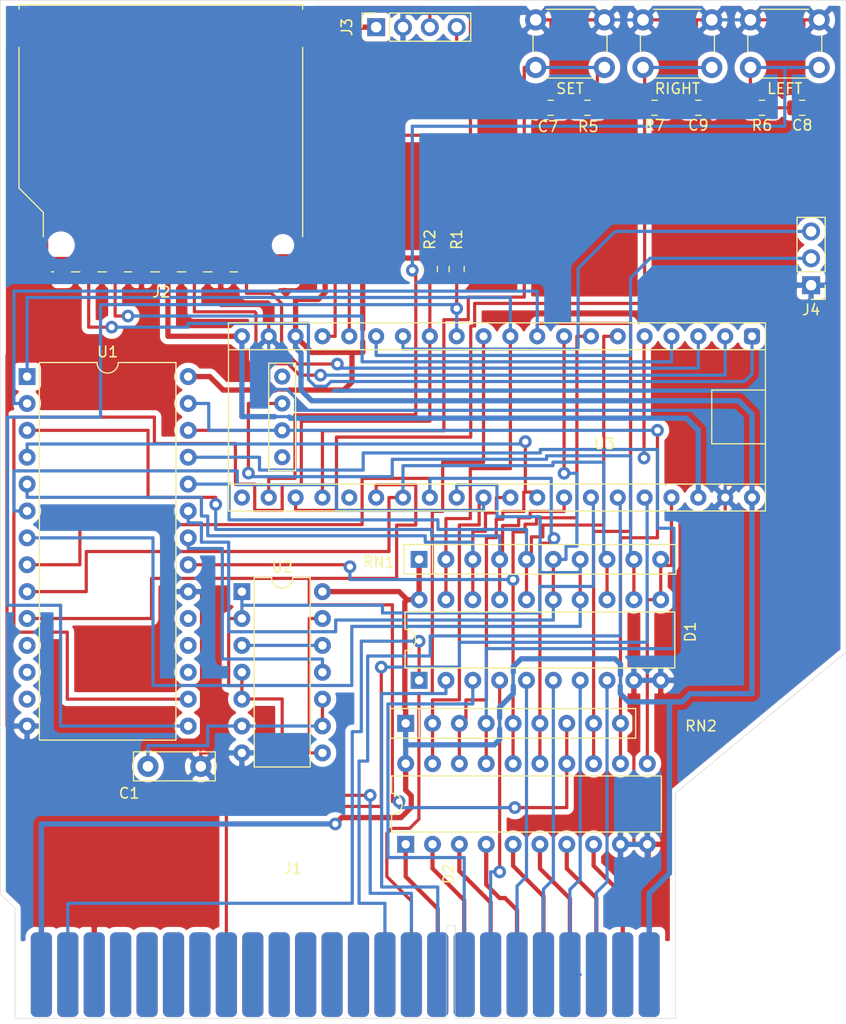
<source format=kicad_pcb>
(kicad_pcb (version 20171130) (host pcbnew 5.1.5-52549c5~86~ubuntu19.10.1)
  (layers (0 F.Cu signal) (31 B.Cu signal) (34 B.Paste user) (35 F.Paste user) (36 B.SilkS user) (37 F.SilkS user) (38 B.Mask user) (39 F.Mask user) (44 Edge.Cuts user))
  (net 0 "")
  (net 1 "Net-(C1-Pad1)")
  (net 2 GND)
  (net 3 +5V)
  (net 4 /SET_BTN)
  (net 5 /LEFT_BTN)
  (net 6 /RIGHT_BTN)
  (net 7 /BAD15)
  (net 8 /VA87DIR)
  (net 9 /BAD5)
  (net 10 /AD13)
  (net 11 /BAD7)
  (net 12 /AD1)
  (net 13 /BAD9)
  (net 14 /AD3)
  (net 15 /BAD11)
  (net 16 /AD11)
  (net 17 /BAD3)
  (net 18 /AD9)
  (net 19 /BAD1)
  (net 20 /AD7)
  (net 21 /BAD13)
  (net 22 /AD5)
  (net 23 /AD15)
  (net 24 /AD14)
  (net 25 /AD12)
  (net 26 /BAD4)
  (net 27 /AD0)
  (net 28 /BAD6)
  (net 29 /AD2)
  (net 30 /BAD8)
  (net 31 /AD10)
  (net 32 /BAD10)
  (net 33 /AD8)
  (net 34 /BAD2)
  (net 35 /AD6)
  (net 36 /BAD0)
  (net 37 /AD4)
  (net 38 /BAD12)
  (net 39 /BAD14)
  (net 40 "Net-(J1-PadA3)")
  (net 41 "Net-(J1-PadA4)")
  (net 42 "Net-(J1-PadA5)")
  (net 43 "Net-(J1-PadA6)")
  (net 44 "Net-(J1-PadA7)")
  (net 45 "Net-(J1-PadA8)")
  (net 46 "Net-(J1-PadA9)")
  (net 47 "Net-(J1-PadA10)")
  (net 48 "Net-(J1-PadA11)")
  (net 49 "Net-(J1-PadA12)")
  (net 50 "Net-(J1-PadA13)")
  (net 51 /DIN)
  (net 52 /SYNC)
  (net 53 "Net-(J1-PadA23)")
  (net 54 "Net-(J1-PadB14)")
  (net 55 "Net-(J1-PadB13)")
  (net 56 "Net-(J1-PadB4)")
  (net 57 "Net-(J1-PadB10)")
  (net 58 "Net-(J1-PadB2)")
  (net 59 "Net-(J1-PadB12)")
  (net 60 /DOUT)
  (net 61 "Net-(J1-PadB11)")
  (net 62 "Net-(J1-PadB7)")
  (net 63 "Net-(J1-PadB5)")
  (net 64 "Net-(J1-PadB6)")
  (net 65 /RPLY)
  (net 66 "Net-(J1-PadB9)")
  (net 67 /SPI2_CS)
  (net 68 /SPI2_MOSI)
  (net 69 +3V3)
  (net 70 /SPI2_SCK)
  (net 71 /SPI2_MISO)
  (net 72 "Net-(J2-Pad8)")
  (net 73 "Net-(J2-Pad9)")
  (net 74 "Net-(J2-Pad10)")
  (net 75 "Net-(J2-Pad11)")
  (net 76 /I2C_SCL)
  (net 77 /I2C_SDA)
  (net 78 /UART_RX)
  (net 79 /UART_TX)
  (net 80 /SELECT1)
  (net 81 /SELECT2)
  (net 82 "Net-(U1-Pad17)")
  (net 83 "Net-(U1-Pad18)")
  (net 84 "Net-(U1-Pad19)")
  (net 85 /#OE)
  (net 86 "Net-(U1-Pad11)")
  (net 87 "Net-(U1-Pad12)")
  (net 88 "Net-(U1-Pad13)")
  (net 89 "Net-(U2-Pad13)")
  (net 90 "Net-(U2-Pad12)")
  (net 91 "Net-(C7-Pad2)")
  (net 92 "Net-(C8-Pad2)")
  (net 93 "Net-(C9-Pad2)")
  (net 94 "Net-(U3-Pad36)")
  (net 95 "Net-(U3-Pad40)")
  (net 96 "Net-(U3-Pad44)")
  (net 97 "Net-(U3-Pad41)")
  (module ukncbrd:BlackPill_F401 (layer F.Cu) (at 125.73 127 270)
    (fp_text reference U3 (at 2.54 16.51) (layer F.SilkS))
    (fp_text value BlackPill_F401)
    (pad 1 thru_hole roundrect (at -7.62 2.54 270) (size 1.524 1.524) (drill 0.762) (layers *.Cu *.Mask) (net 67 /SPI2_CS))
    (pad 2 thru_hole circle (at -7.62 5.08 270) (size 1.524 1.524) (drill 0.762) (layers *.Cu *.Mask) (net 70 /SPI2_SCK))
    (pad 3 thru_hole circle (at -7.62 7.62 270) (size 1.524 1.524) (drill 0.762) (layers *.Cu *.Mask) (net 71 /SPI2_MISO))
    (pad 4 thru_hole circle (at -7.62 10.16 270) (size 1.524 1.524) (drill 0.762) (layers *.Cu *.Mask) (net 68 /SPI2_MOSI))
    (pad 5 thru_hole circle (at -7.62 12.7 270) (size 1.524 1.524) (drill 0.762) (layers *.Cu *.Mask) (net 30 /BAD8))
    (pad 6 thru_hole circle (at -7.62 15.24 270) (size 1.524 1.524) (drill 0.762) (layers *.Cu *.Mask) (net 13 /BAD9))
    (pad 7 thru_hole circle (at -7.62 17.78 270) (size 1.524 1.524) (drill 0.762) (layers *.Cu *.Mask) (net 32 /BAD10))
    (pad 8 thru_hole circle (at -7.62 20.32 270) (size 1.524 1.524) (drill 0.762) (layers *.Cu *.Mask) (net 15 /BAD11))
    (pad 9 thru_hole circle (at -7.62 22.86 270) (size 1.524 1.524) (drill 0.762) (layers *.Cu *.Mask) (net 38 /BAD12))
    (pad 10 thru_hole circle (at -7.62 25.4 270) (size 1.524 1.524) (drill 0.762) (layers *.Cu *.Mask) (net 7 /BAD15))
    (pad 11 thru_hole circle (at -7.62 27.94 270) (size 1.524 1.524) (drill 0.762) (layers *.Cu *.Mask) (net 65 /RPLY))
    (pad 12 thru_hole circle (at -7.62 30.48 270) (size 1.524 1.524) (drill 0.762) (layers *.Cu *.Mask) (net 80 /SELECT1))
    (pad 13 thru_hole circle (at -7.62 33.02 270) (size 1.524 1.524) (drill 0.762) (layers *.Cu *.Mask) (net 81 /SELECT2))
    (pad 14 thru_hole circle (at -7.62 35.56 270) (size 1.524 1.524) (drill 0.762) (layers *.Cu *.Mask) (net 79 /UART_TX))
    (pad 15 thru_hole circle (at -7.62 38.1 270) (size 1.524 1.524) (drill 0.762) (layers *.Cu *.Mask) (net 78 /UART_RX))
    (pad 16 thru_hole circle (at -7.62 40.64 270) (size 1.524 1.524) (drill 0.762) (layers *.Cu *.Mask) (net 76 /I2C_SCL))
    (pad 17 thru_hole circle (at -7.62 43.18 270) (size 1.524 1.524) (drill 0.762) (layers *.Cu *.Mask) (net 77 /I2C_SDA))
    (pad 18 thru_hole circle (at -7.62 45.72 270) (size 1.524 1.524) (drill 0.762) (layers *.Cu *.Mask) (net 3 +5V))
    (pad 19 thru_hole circle (at -7.62 48.26 270) (size 1.524 1.524) (drill 0.762) (layers *.Cu *.Mask) (net 2 GND))
    (pad 20 thru_hole circle (at -7.62 50.8 270) (size 1.524 1.524) (drill 0.762) (layers *.Cu *.Mask) (net 69 +3V3))
    (pad 21 thru_hole circle (at 7.62 2.54 270) (size 1.524 1.524) (drill 0.762) (layers *.Cu *.Mask) (net 3 +5V))
    (pad 22 thru_hole circle (at 7.62 5.08 270) (size 1.524 1.524) (drill 0.762) (layers *.Cu *.Mask) (net 2 GND))
    (pad 23 thru_hole circle (at 7.62 7.62 270) (size 1.524 1.524) (drill 0.762) (layers *.Cu *.Mask) (net 69 +3V3))
    (pad 24 thru_hole circle (at 7.62 10.16 270) (size 1.524 1.524) (drill 0.762) (layers *.Cu *.Mask) (net 8 /VA87DIR))
    (pad 25 thru_hole circle (at 7.62 12.7 270) (size 1.524 1.524) (drill 0.762) (layers *.Cu *.Mask) (net 60 /DOUT))
    (pad 26 thru_hole circle (at 7.62 15.24 270) (size 1.524 1.524) (drill 0.762) (layers *.Cu *.Mask) (net 51 /DIN))
    (pad 27 thru_hole circle (at 7.62 17.78 270) (size 1.524 1.524) (drill 0.762) (layers *.Cu *.Mask) (net 52 /SYNC))
    (pad 28 thru_hole circle (at 7.62 20.32 270) (size 1.524 1.524) (drill 0.762) (layers *.Cu *.Mask) (net 11 /BAD7))
    (pad 29 thru_hole circle (at 7.62 22.86 270) (size 1.524 1.524) (drill 0.762) (layers *.Cu *.Mask) (net 28 /BAD6))
    (pad 30 thru_hole circle (at 7.62 25.4 270) (size 1.524 1.524) (drill 0.762) (layers *.Cu *.Mask) (net 9 /BAD5))
    (pad 31 thru_hole circle (at 7.62 27.94 270) (size 1.524 1.524) (drill 0.762) (layers *.Cu *.Mask) (net 26 /BAD4))
    (pad 32 thru_hole circle (at 7.62 30.48 270) (size 1.524 1.524) (drill 0.762) (layers *.Cu *.Mask) (net 17 /BAD3))
    (pad 33 thru_hole circle (at 7.62 33.02 270) (size 1.524 1.524) (drill 0.762) (layers *.Cu *.Mask) (net 34 /BAD2))
    (pad 34 thru_hole circle (at 7.62 35.56 270) (size 1.524 1.524) (drill 0.762) (layers *.Cu *.Mask) (net 19 /BAD1))
    (pad 35 thru_hole circle (at 7.62 38.1 270) (size 1.524 1.524) (drill 0.762) (layers *.Cu *.Mask) (net 36 /BAD0))
    (pad 36 thru_hole circle (at 7.62 40.64 270) (size 1.524 1.524) (drill 0.762) (layers *.Cu *.Mask) (net 94 "Net-(U3-Pad36)"))
    (pad 37 thru_hole circle (at 7.62 43.18 270) (size 1.524 1.524) (drill 0.762) (layers *.Cu *.Mask) (net 4 /SET_BTN))
    (pad 38 thru_hole circle (at 7.62 45.72 270) (size 1.524 1.524) (drill 0.762) (layers *.Cu *.Mask) (net 6 /RIGHT_BTN))
    (pad 39 thru_hole circle (at 7.62 48.26 270) (size 1.524 1.524) (drill 0.762) (layers *.Cu *.Mask) (net 5 /LEFT_BTN))
    (pad 40 thru_hole circle (at 7.62 50.8 270) (size 1.524 1.524) (drill 0.762) (layers *.Cu *.Mask) (net 95 "Net-(U3-Pad40)"))
    (pad 43 thru_hole circle (at 1.27 46.99 270) (size 1.524 1.524) (drill 0.762) (layers *.Cu *.Mask) (net 39 /BAD14))
    (pad 42 thru_hole circle (at -1.27 46.99 270) (size 1.524 1.524) (drill 0.762) (layers *.Cu *.Mask) (net 21 /BAD13))
    (pad 44 thru_hole circle (at 3.81 46.99 270) (size 1.524 1.524) (drill 0.762) (layers *.Cu *.Mask) (net 96 "Net-(U3-Pad44)"))
    (pad 41 thru_hole circle (at -3.81 46.99 270) (size 1.524 1.524) (drill 0.762) (layers *.Cu *.Mask) (net 97 "Net-(U3-Pad41)"))
  )
  (module ukncbrd:snp15 (layer F.Cu) (at 80.96 172.705)
    (fp_text reference J1 (at -1.204 -3.033) (layer F.SilkS))
    (fp_text value con_snp_15)
    (pad A1 smd roundrect (at -25 7) (size 2 8) (layers B.Cu B.Paste B.Mask) (net 3 +5V))
    (pad A2 smd roundrect (at -22.5 7) (size 2 8) (layers B.Cu B.Paste B.Mask) (net 23 /AD15))
    (pad A3 smd roundrect (at -20 7) (size 2 8) (layers B.Cu B.Paste B.Mask) (net 40 "Net-(J1-PadA3)"))
    (pad A4 smd roundrect (at -17.5 7) (size 2 8) (layers B.Cu B.Paste B.Mask) (net 41 "Net-(J1-PadA4)"))
    (pad A5 smd roundrect (at -15 7) (size 2 8) (layers B.Cu B.Paste B.Mask) (net 42 "Net-(J1-PadA5)"))
    (pad A6 smd roundrect (at -12.5 7) (size 2 8) (layers B.Cu B.Paste B.Mask) (net 43 "Net-(J1-PadA6)"))
    (pad A7 smd roundrect (at -10 7) (size 2 8) (layers B.Cu B.Paste B.Mask) (net 44 "Net-(J1-PadA7)"))
    (pad A8 smd roundrect (at -7.5 7) (size 2 8) (layers B.Cu B.Paste B.Mask) (net 45 "Net-(J1-PadA8)"))
    (pad A9 smd roundrect (at -5 7) (size 2 8) (layers B.Cu B.Paste B.Mask) (net 46 "Net-(J1-PadA9)"))
    (pad A10 smd roundrect (at -2.5 7) (size 2 8) (layers B.Cu B.Paste B.Mask) (net 47 "Net-(J1-PadA10)"))
    (pad A11 smd roundrect (at 0 7) (size 2 8) (layers B.Cu B.Paste B.Mask) (net 48 "Net-(J1-PadA11)"))
    (pad A12 smd roundrect (at 2.5 7) (size 2 8) (layers B.Cu B.Paste B.Mask) (net 49 "Net-(J1-PadA12)"))
    (pad A13 smd roundrect (at 5 7) (size 2 8) (layers B.Cu B.Paste B.Mask) (net 50 "Net-(J1-PadA13)"))
    (pad A14 smd roundrect (at 7.5 7) (size 2 8) (layers B.Cu B.Paste B.Mask) (net 51 /DIN))
    (pad A15 smd roundrect (at 10 7) (size 2 8) (layers B.Cu B.Paste B.Mask) (net 52 /SYNC))
    (pad A16 smd roundrect (at 12.5 7) (size 2 8) (layers B.Cu B.Paste B.Mask) (net 22 /AD5))
    (pad A17 smd roundrect (at 15 7) (size 2 8) (layers B.Cu B.Paste B.Mask) (net 20 /AD7))
    (pad A18 smd roundrect (at 17.5 7) (size 2 8) (layers B.Cu B.Paste B.Mask) (net 18 /AD9))
    (pad A19 smd roundrect (at 20 7) (size 2 8) (layers B.Cu B.Paste B.Mask) (net 16 /AD11))
    (pad A20 smd roundrect (at 22.5 7) (size 2 8) (layers B.Cu B.Paste B.Mask) (net 14 /AD3))
    (pad A21 smd roundrect (at 25 7) (size 2 8) (layers B.Cu B.Paste B.Mask) (net 12 /AD1))
    (pad A22 smd roundrect (at 27.5 7) (size 2 8) (layers B.Cu B.Paste B.Mask) (net 10 /AD13))
    (pad A23 smd roundrect (at 30 7) (size 2 8) (layers B.Cu B.Paste B.Mask) (net 53 "Net-(J1-PadA23)"))
    (pad A24 smd roundrect (at 32.5 7) (size 2 8) (layers B.Cu B.Paste B.Mask) (net 3 +5V))
    (pad B14 smd roundrect (at 7.5 7) (size 2 8) (layers F.Cu F.Paste F.Mask) (net 54 "Net-(J1-PadB14)"))
    (pad B13 smd roundrect (at 5 7) (size 2 8) (layers F.Cu F.Paste F.Mask) (net 55 "Net-(J1-PadB13)"))
    (pad B4 smd roundrect (at -17.5 7) (size 2 8) (layers F.Cu F.Paste F.Mask) (net 56 "Net-(J1-PadB4)"))
    (pad B24 smd roundrect (at 32.5 7) (size 2 8) (layers F.Cu F.Paste F.Mask) (net 2 GND))
    (pad B17 smd roundrect (at 15 7) (size 2 8) (layers F.Cu F.Paste F.Mask) (net 35 /AD6))
    (pad B10 smd roundrect (at -2.5 7) (size 2 8) (layers F.Cu F.Paste F.Mask) (net 57 "Net-(J1-PadB10)"))
    (pad B2 smd roundrect (at -22.5 7) (size 2 8) (layers F.Cu F.Paste F.Mask) (net 58 "Net-(J1-PadB2)"))
    (pad B12 smd roundrect (at 2.5 7) (size 2 8) (layers F.Cu F.Paste F.Mask) (net 59 "Net-(J1-PadB12)"))
    (pad B18 smd roundrect (at 17.5 7) (size 2 8) (layers F.Cu F.Paste F.Mask) (net 33 /AD8))
    (pad B8 smd roundrect (at -7.5 7) (size 2 8) (layers F.Cu F.Paste F.Mask) (net 60 /DOUT))
    (pad B11 smd roundrect (at 0 7) (size 2 8) (layers F.Cu F.Paste F.Mask) (net 61 "Net-(J1-PadB11)"))
    (pad B16 smd roundrect (at 12.5 7) (size 2 8) (layers F.Cu F.Paste F.Mask) (net 37 /AD4))
    (pad B7 smd roundrect (at -10 7) (size 2 8) (layers F.Cu F.Paste F.Mask) (net 62 "Net-(J1-PadB7)"))
    (pad B22 smd roundrect (at 27.5 7) (size 2 8) (layers F.Cu F.Paste F.Mask) (net 25 /AD12))
    (pad B5 smd roundrect (at -15 7) (size 2 8) (layers F.Cu F.Paste F.Mask) (net 63 "Net-(J1-PadB5)"))
    (pad B3 smd roundrect (at -20 7) (size 2 8) (layers F.Cu F.Paste F.Mask) (net 2 GND))
    (pad B1 smd roundrect (at -25 7) (size 2 8) (layers F.Cu F.Paste F.Mask) (net 2 GND))
    (pad B6 smd roundrect (at -12.5 7) (size 2 8) (layers F.Cu F.Paste F.Mask) (net 64 "Net-(J1-PadB6)"))
    (pad B15 smd roundrect (at 10 7) (size 2 8) (layers F.Cu F.Paste F.Mask) (net 65 /RPLY))
    (pad B9 smd roundrect (at -5 7) (size 2 8) (layers F.Cu F.Paste F.Mask) (net 66 "Net-(J1-PadB9)"))
    (pad B23 smd roundrect (at 30 7) (size 2 8) (layers F.Cu F.Paste F.Mask) (net 24 /AD14))
    (pad B19 smd roundrect (at 20 7) (size 2 8) (layers F.Cu F.Paste F.Mask) (net 31 /AD10))
    (pad B21 smd roundrect (at 25 7) (size 2 8) (layers F.Cu F.Paste F.Mask) (net 27 /AD0))
    (pad B20 smd roundrect (at 22.5 7) (size 2 8) (layers F.Cu F.Paste F.Mask) (net 29 /AD2))
  )
  (module Capacitor_THT:C_Disc_D7.5mm_W2.5mm_P5.00mm (layer F.Cu) (at 66.04 160.02)
    (fp_text reference C1 (at -1.778 2.54) (layer F.SilkS))
    (fp_text value 300pF)
    (pad 1 thru_hole circle (at 0 0) (size 2 2) (drill 1) (layers *.Cu *.Mask) (net 1 "Net-(C1-Pad1)"))
    (pad 2 thru_hole circle (at 5 0) (size 2 2) (drill 1) (layers *.Cu *.Mask) (net 2 GND))
  )
  (module Capacitor_SMD:C_0805_2012Metric (layer F.Cu) (at 104.14 97.79)
    (fp_text reference C7 (at -0.254 1.778) (layer F.SilkS))
    (fp_text value 100nF)
    (pad 1 smd roundrect (at -0.9375 0) (size 0.975 1.4) (layers F.Cu F.Paste F.Mask) (net 2 GND))
    (pad 2 smd roundrect (at 0.9375 0) (size 0.975 1.4) (layers F.Cu F.Paste F.Mask) (net 91 "Net-(C7-Pad2)"))
  )
  (module Capacitor_SMD:C_0805_2012Metric (layer F.Cu) (at 127.938 97.79 180)
    (fp_text reference C8 (at 0 -1.65) (layer F.SilkS))
    (fp_text value 100nF)
    (pad 1 smd roundrect (at -0.9375 0 180) (size 0.975 1.4) (layers F.Cu F.Paste F.Mask) (net 2 GND))
    (pad 2 smd roundrect (at 0.9375 0 180) (size 0.975 1.4) (layers F.Cu F.Paste F.Mask) (net 92 "Net-(C8-Pad2)"))
  )
  (module Capacitor_SMD:C_0805_2012Metric (layer F.Cu) (at 118.11 97.79 180)
    (fp_text reference C9 (at 0 -1.65) (layer F.SilkS))
    (fp_text value 100nF)
    (pad 2 smd roundrect (at 0.9375 0 180) (size 0.975 1.4) (layers F.Cu F.Paste F.Mask) (net 93 "Net-(C9-Pad2)"))
    (pad 1 smd roundrect (at -0.9375 0 180) (size 0.975 1.4) (layers F.Cu F.Paste F.Mask) (net 2 GND))
  )
  (module Package_DIP:DIP-20_W7.62mm (layer F.Cu) (at 91.694 151.892 90)
    (fp_text reference D1 (at 4.572 25.654 90) (layer F.SilkS))
    (fp_text value k580va87)
    (pad 1 thru_hole rect (at 0 0 90) (size 1.6 1.6) (drill 0.8) (layers *.Cu *.Mask) (net 23 /AD15))
    (pad 11 thru_hole oval (at 7.62 22.86 90) (size 1.6 1.6) (drill 0.8) (layers *.Cu *.Mask) (net 8 /VA87DIR))
    (pad 2 thru_hole oval (at 0 2.54 90) (size 1.6 1.6) (drill 0.8) (layers *.Cu *.Mask) (net 22 /AD5))
    (pad 12 thru_hole oval (at 7.62 20.32 90) (size 1.6 1.6) (drill 0.8) (layers *.Cu *.Mask) (net 21 /BAD13))
    (pad 3 thru_hole oval (at 0 5.08 90) (size 1.6 1.6) (drill 0.8) (layers *.Cu *.Mask) (net 20 /AD7))
    (pad 13 thru_hole oval (at 7.62 17.78 90) (size 1.6 1.6) (drill 0.8) (layers *.Cu *.Mask) (net 19 /BAD1))
    (pad 4 thru_hole oval (at 0 7.62 90) (size 1.6 1.6) (drill 0.8) (layers *.Cu *.Mask) (net 18 /AD9))
    (pad 14 thru_hole oval (at 7.62 15.24 90) (size 1.6 1.6) (drill 0.8) (layers *.Cu *.Mask) (net 17 /BAD3))
    (pad 5 thru_hole oval (at 0 10.16 90) (size 1.6 1.6) (drill 0.8) (layers *.Cu *.Mask) (net 16 /AD11))
    (pad 15 thru_hole oval (at 7.62 12.7 90) (size 1.6 1.6) (drill 0.8) (layers *.Cu *.Mask) (net 15 /BAD11))
    (pad 6 thru_hole oval (at 0 12.7 90) (size 1.6 1.6) (drill 0.8) (layers *.Cu *.Mask) (net 14 /AD3))
    (pad 16 thru_hole oval (at 7.62 10.16 90) (size 1.6 1.6) (drill 0.8) (layers *.Cu *.Mask) (net 13 /BAD9))
    (pad 7 thru_hole oval (at 0 15.24 90) (size 1.6 1.6) (drill 0.8) (layers *.Cu *.Mask) (net 12 /AD1))
    (pad 17 thru_hole oval (at 7.62 7.62 90) (size 1.6 1.6) (drill 0.8) (layers *.Cu *.Mask) (net 11 /BAD7))
    (pad 8 thru_hole oval (at 0 17.78 90) (size 1.6 1.6) (drill 0.8) (layers *.Cu *.Mask) (net 10 /AD13))
    (pad 18 thru_hole oval (at 7.62 5.08 90) (size 1.6 1.6) (drill 0.8) (layers *.Cu *.Mask) (net 9 /BAD5))
    (pad 9 thru_hole oval (at 0 20.32 90) (size 1.6 1.6) (drill 0.8) (layers *.Cu *.Mask) (net 2 GND))
    (pad 19 thru_hole oval (at 7.62 2.54 90) (size 1.6 1.6) (drill 0.8) (layers *.Cu *.Mask) (net 7 /BAD15))
    (pad 10 thru_hole oval (at 0 22.86 90) (size 1.6 1.6) (drill 0.8) (layers *.Cu *.Mask) (net 2 GND))
    (pad 20 thru_hole oval (at 7.62 0 90) (size 1.6 1.6) (drill 0.8) (layers *.Cu *.Mask) (net 3 +5V))
  )
  (module Package_DIP:DIP-20_W7.62mm (layer F.Cu) (at 90.424 167.386 90)
    (fp_text reference D2 (at -2.794 4.064 90) (layer F.SilkS))
    (fp_text value k580va87)
    (pad 20 thru_hole oval (at 7.62 0 90) (size 1.6 1.6) (drill 0.8) (layers *.Cu *.Mask) (net 3 +5V))
    (pad 10 thru_hole oval (at 0 22.86 90) (size 1.6 1.6) (drill 0.8) (layers *.Cu *.Mask) (net 2 GND))
    (pad 19 thru_hole oval (at 7.62 2.54 90) (size 1.6 1.6) (drill 0.8) (layers *.Cu *.Mask) (net 26 /BAD4))
    (pad 9 thru_hole oval (at 0 20.32 90) (size 1.6 1.6) (drill 0.8) (layers *.Cu *.Mask) (net 2 GND))
    (pad 18 thru_hole oval (at 7.62 5.08 90) (size 1.6 1.6) (drill 0.8) (layers *.Cu *.Mask) (net 28 /BAD6))
    (pad 8 thru_hole oval (at 0 17.78 90) (size 1.6 1.6) (drill 0.8) (layers *.Cu *.Mask) (net 24 /AD14))
    (pad 17 thru_hole oval (at 7.62 7.62 90) (size 1.6 1.6) (drill 0.8) (layers *.Cu *.Mask) (net 30 /BAD8))
    (pad 7 thru_hole oval (at 0 15.24 90) (size 1.6 1.6) (drill 0.8) (layers *.Cu *.Mask) (net 25 /AD12))
    (pad 16 thru_hole oval (at 7.62 10.16 90) (size 1.6 1.6) (drill 0.8) (layers *.Cu *.Mask) (net 32 /BAD10))
    (pad 6 thru_hole oval (at 0 12.7 90) (size 1.6 1.6) (drill 0.8) (layers *.Cu *.Mask) (net 27 /AD0))
    (pad 15 thru_hole oval (at 7.62 12.7 90) (size 1.6 1.6) (drill 0.8) (layers *.Cu *.Mask) (net 34 /BAD2))
    (pad 5 thru_hole oval (at 0 10.16 90) (size 1.6 1.6) (drill 0.8) (layers *.Cu *.Mask) (net 29 /AD2))
    (pad 14 thru_hole oval (at 7.62 15.24 90) (size 1.6 1.6) (drill 0.8) (layers *.Cu *.Mask) (net 36 /BAD0))
    (pad 4 thru_hole oval (at 0 7.62 90) (size 1.6 1.6) (drill 0.8) (layers *.Cu *.Mask) (net 31 /AD10))
    (pad 13 thru_hole oval (at 7.62 17.78 90) (size 1.6 1.6) (drill 0.8) (layers *.Cu *.Mask) (net 38 /BAD12))
    (pad 3 thru_hole oval (at 0 5.08 90) (size 1.6 1.6) (drill 0.8) (layers *.Cu *.Mask) (net 33 /AD8))
    (pad 12 thru_hole oval (at 7.62 20.32 90) (size 1.6 1.6) (drill 0.8) (layers *.Cu *.Mask) (net 39 /BAD14))
    (pad 2 thru_hole oval (at 0 2.54 90) (size 1.6 1.6) (drill 0.8) (layers *.Cu *.Mask) (net 35 /AD6))
    (pad 11 thru_hole oval (at 7.62 22.86 90) (size 1.6 1.6) (drill 0.8) (layers *.Cu *.Mask) (net 8 /VA87DIR))
    (pad 1 thru_hole rect (at 0 0 90) (size 1.6 1.6) (drill 0.8) (layers *.Cu *.Mask) (net 37 /AD4))
  )
  (module Connector_Card:SD_TE_2041021 (layer F.Cu) (at 67.31 101.6 180)
    (fp_text reference J2 (at 0 -13.6) (layer F.SilkS))
    (fp_text value SD_Card)
    (pad 1 smd rect (at 6.875 -11.975 180) (size 1 1.5) (layers F.Cu F.Paste F.Mask) (net 67 /SPI2_CS))
    (pad 2 smd rect (at 4.375 -11.975 180) (size 1 1.5) (layers F.Cu F.Paste F.Mask) (net 68 /SPI2_MOSI))
    (pad 3 smd rect (at 1.875 -11.975 180) (size 1 1.5) (layers F.Cu F.Paste F.Mask) (net 2 GND))
    (pad 4 smd rect (at -0.625 -11.975 180) (size 1 1.5) (layers F.Cu F.Paste F.Mask) (net 69 +3V3))
    (pad 5 smd rect (at -3.125 -11.975 180) (size 1 1.5) (layers F.Cu F.Paste F.Mask) (net 70 /SPI2_SCK))
    (pad 6 smd rect (at -5.625 -11.975 180) (size 1 1.5) (layers F.Cu F.Paste F.Mask) (net 2 GND))
    (pad 7 smd rect (at -8.055 -11.975 180) (size 1 1.5) (layers F.Cu F.Paste F.Mask) (net 71 /SPI2_MISO))
    (pad 8 smd rect (at -9.755 -11.975 180) (size 1 1.5) (layers F.Cu F.Paste F.Mask) (net 72 "Net-(J2-Pad8)"))
    (pad 9 smd rect (at 9.375 -11.975 180) (size 1 1.5) (layers F.Cu F.Paste F.Mask) (net 73 "Net-(J2-Pad9)"))
    (pad 10 smd rect (at -11.055 -11.975 180) (size 0.7 1.5) (layers F.Cu F.Paste F.Mask) (net 74 "Net-(J2-Pad10)"))
    (pad 11 smd rect (at -12.255 -11.975 180) (size 0.7 1.5) (layers F.Cu F.Paste F.Mask) (net 75 "Net-(J2-Pad11)"))
    (pad "" np_thru_hole circle (at 9.5 -9.175 180) (size 1.6 1.6) (drill 1.6) (layers *.Cu *.Mask))
    (pad "" np_thru_hole circle (at -11.5 -9.175 180) (size 1.1 1.1) (drill 1.1) (layers *.Cu *.Mask))
    (pad 12 smd rect (at 11.45 -10.175 180) (size 1.5 2.8) (layers F.Cu F.Paste F.Mask) (net 2 GND))
    (pad 12 smd rect (at 13.65 11.325 180) (size 1.5 2.8) (layers F.Cu F.Paste F.Mask) (net 2 GND))
    (pad 12 smd rect (at -13.65 11.325 180) (size 1.5 2.8) (layers F.Cu F.Paste F.Mask) (net 2 GND))
    (pad 12 smd rect (at -13.65 -10.175 180) (size 1.5 2.8) (layers F.Cu F.Paste F.Mask) (net 2 GND))
  )
  (module Connector_PinSocket_2.54mm:PinSocket_1x04_P2.54mm_Vertical (layer F.Cu) (at 87.63 90.17 90)
    (fp_text reference J3 (at 0 -2.77 90) (layer F.SilkS))
    (fp_text value SSD_1306)
    (pad 1 thru_hole rect (at 0 0 90) (size 1.7 1.7) (drill 1) (layers *.Cu *.Mask) (net 3 +5V))
    (pad 2 thru_hole oval (at 0 2.54 90) (size 1.7 1.7) (drill 1) (layers *.Cu *.Mask) (net 2 GND))
    (pad 3 thru_hole oval (at 0 5.08 90) (size 1.7 1.7) (drill 1) (layers *.Cu *.Mask) (net 76 /I2C_SCL))
    (pad 4 thru_hole oval (at 0 7.62 90) (size 1.7 1.7) (drill 1) (layers *.Cu *.Mask) (net 77 /I2C_SDA))
  )
  (module Connector_PinHeader_2.54mm:PinHeader_1x03_P2.54mm_Vertical (layer F.Cu) (at 128.778 114.554 180)
    (fp_text reference J4 (at 0 -2.33) (layer F.SilkS))
    (fp_text value UART)
    (pad 1 thru_hole rect (at 0 0 180) (size 1.7 1.7) (drill 1) (layers *.Cu *.Mask) (net 2 GND))
    (pad 2 thru_hole oval (at 0 2.54 180) (size 1.7 1.7) (drill 1) (layers *.Cu *.Mask) (net 78 /UART_RX))
    (pad 3 thru_hole oval (at 0 5.08 180) (size 1.7 1.7) (drill 1) (layers *.Cu *.Mask) (net 79 /UART_TX))
  )
  (module Resistor_SMD:R_0805_2012Metric (layer F.Cu) (at 95.25 113.03 270)
    (fp_text reference R1 (at -2.794 0 90) (layer F.SilkS))
    (fp_text value 3.3k)
    (pad 2 smd roundrect (at 0.9375 0 270) (size 0.975 1.4) (layers F.Cu F.Paste F.Mask) (net 80 /SELECT1))
    (pad 1 smd roundrect (at -0.9375 0 270) (size 0.975 1.4) (layers F.Cu F.Paste F.Mask) (net 3 +5V))
  )
  (module Resistor_SMD:R_0805_2012Metric (layer F.Cu) (at 92.71 113.03 270)
    (fp_text reference R2 (at -2.794 0 90) (layer F.SilkS))
    (fp_text value 3.3k)
    (pad 1 smd roundrect (at -0.9375 0 270) (size 0.975 1.4) (layers F.Cu F.Paste F.Mask) (net 3 +5V))
    (pad 2 smd roundrect (at 0.9375 0 270) (size 0.975 1.4) (layers F.Cu F.Paste F.Mask) (net 81 /SELECT2))
  )
  (module Resistor_SMD:R_0805_2012Metric (layer F.Cu) (at 107.618 97.79)
    (fp_text reference R5 (at 0.078 1.778) (layer F.SilkS))
    (fp_text value 100)
    (pad 1 smd roundrect (at -0.9375 0) (size 0.975 1.4) (layers F.Cu F.Paste F.Mask) (net 91 "Net-(C7-Pad2)"))
    (pad 2 smd roundrect (at 0.9375 0) (size 0.975 1.4) (layers F.Cu F.Paste F.Mask) (net 4 /SET_BTN))
  )
  (module Resistor_SMD:R_0805_2012Metric (layer F.Cu) (at 124.128 97.79 180)
    (fp_text reference R6 (at 0 -1.65) (layer F.SilkS))
    (fp_text value 100)
    (pad 1 smd roundrect (at -0.9375 0 180) (size 0.975 1.4) (layers F.Cu F.Paste F.Mask) (net 92 "Net-(C8-Pad2)"))
    (pad 2 smd roundrect (at 0.9375 0 180) (size 0.975 1.4) (layers F.Cu F.Paste F.Mask) (net 5 /LEFT_BTN))
  )
  (module Resistor_SMD:R_0805_2012Metric (layer F.Cu) (at 113.968 97.79 180)
    (fp_text reference R7 (at 0 -1.65) (layer F.SilkS))
    (fp_text value 100)
    (pad 2 smd roundrect (at 0.9375 0 180) (size 0.975 1.4) (layers F.Cu F.Paste F.Mask) (net 6 /RIGHT_BTN))
    (pad 1 smd roundrect (at -0.9375 0 180) (size 0.975 1.4) (layers F.Cu F.Paste F.Mask) (net 93 "Net-(C9-Pad2)"))
  )
  (module Resistor_THT:R_Array_SIP10 (layer F.Cu) (at 91.694 140.462)
    (fp_text reference RN1 (at -3.81 0.254) (layer F.SilkS))
    (fp_text value R_Network08)
    (pad 1 thru_hole rect (at 0 0) (size 1.6 1.6) (drill 0.8) (layers *.Cu *.Mask) (net 3 +5V))
    (pad 2 thru_hole oval (at 2.54 0) (size 1.6 1.6) (drill 0.8) (layers *.Cu *.Mask) (net 7 /BAD15))
    (pad 3 thru_hole oval (at 5.08 0) (size 1.6 1.6) (drill 0.8) (layers *.Cu *.Mask) (net 9 /BAD5))
    (pad 4 thru_hole oval (at 7.62 0) (size 1.6 1.6) (drill 0.8) (layers *.Cu *.Mask) (net 11 /BAD7))
    (pad 5 thru_hole oval (at 10.16 0) (size 1.6 1.6) (drill 0.8) (layers *.Cu *.Mask) (net 13 /BAD9))
    (pad 6 thru_hole oval (at 12.7 0) (size 1.6 1.6) (drill 0.8) (layers *.Cu *.Mask) (net 15 /BAD11))
    (pad 7 thru_hole oval (at 15.24 0) (size 1.6 1.6) (drill 0.8) (layers *.Cu *.Mask) (net 17 /BAD3))
    (pad 8 thru_hole oval (at 17.78 0) (size 1.6 1.6) (drill 0.8) (layers *.Cu *.Mask) (net 19 /BAD1))
    (pad 9 thru_hole oval (at 20.32 0) (size 1.6 1.6) (drill 0.8) (layers *.Cu *.Mask) (net 21 /BAD13))
    (pad 10 thru_hole oval (at 22.86 0) (size 1.6 1.6) (drill 0.8) (layers *.Cu *.Mask) (net 8 /VA87DIR))
  )
  (module Resistor_THT:R_Array_SIP9 (layer F.Cu) (at 90.424 155.956)
    (fp_text reference RN2 (at 27.94 0.254) (layer F.SilkS))
    (fp_text value R_Network08)
    (pad 1 thru_hole rect (at 0 0) (size 1.6 1.6) (drill 0.8) (layers *.Cu *.Mask) (net 3 +5V))
    (pad 2 thru_hole oval (at 2.54 0) (size 1.6 1.6) (drill 0.8) (layers *.Cu *.Mask) (net 26 /BAD4))
    (pad 3 thru_hole oval (at 5.08 0) (size 1.6 1.6) (drill 0.8) (layers *.Cu *.Mask) (net 28 /BAD6))
    (pad 4 thru_hole oval (at 7.62 0) (size 1.6 1.6) (drill 0.8) (layers *.Cu *.Mask) (net 30 /BAD8))
    (pad 5 thru_hole oval (at 10.16 0) (size 1.6 1.6) (drill 0.8) (layers *.Cu *.Mask) (net 32 /BAD10))
    (pad 6 thru_hole oval (at 12.7 0) (size 1.6 1.6) (drill 0.8) (layers *.Cu *.Mask) (net 34 /BAD2))
    (pad 7 thru_hole oval (at 15.24 0) (size 1.6 1.6) (drill 0.8) (layers *.Cu *.Mask) (net 36 /BAD0))
    (pad 8 thru_hole oval (at 17.78 0) (size 1.6 1.6) (drill 0.8) (layers *.Cu *.Mask) (net 38 /BAD12))
    (pad 9 thru_hole oval (at 20.32 0) (size 1.6 1.6) (drill 0.8) (layers *.Cu *.Mask) (net 39 /BAD14))
  )
  (module Button_Switch_THT:SW_PUSH_6mm_H7.3mm (layer F.Cu) (at 109.22 93.98 180)
    (fp_text reference SET (at 3.25 -2) (layer F.SilkS))
    (fp_text value SW_SET)
    (pad 2 thru_hole circle (at 0 4.5 270) (size 2 2) (drill 1.1) (layers *.Cu *.Mask) (net 2 GND))
    (pad 1 thru_hole circle (at 0 0 270) (size 2 2) (drill 1.1) (layers *.Cu *.Mask) (net 4 /SET_BTN))
    (pad 2 thru_hole circle (at 6.5 4.5 270) (size 2 2) (drill 1.1) (layers *.Cu *.Mask) (net 2 GND))
    (pad 1 thru_hole circle (at 6.5 0 270) (size 2 2) (drill 1.1) (layers *.Cu *.Mask) (net 4 /SET_BTN))
  )
  (module Button_Switch_THT:SW_PUSH_6mm_H7.3mm (layer F.Cu) (at 129.54 93.98 180)
    (fp_text reference LEFT (at 3.25 -2) (layer F.SilkS))
    (fp_text value SW_LEFT)
    (pad 1 thru_hole circle (at 6.5 0 270) (size 2 2) (drill 1.1) (layers *.Cu *.Mask) (net 5 /LEFT_BTN))
    (pad 2 thru_hole circle (at 6.5 4.5 270) (size 2 2) (drill 1.1) (layers *.Cu *.Mask) (net 2 GND))
    (pad 1 thru_hole circle (at 0 0 270) (size 2 2) (drill 1.1) (layers *.Cu *.Mask) (net 5 /LEFT_BTN))
    (pad 2 thru_hole circle (at 0 4.5 270) (size 2 2) (drill 1.1) (layers *.Cu *.Mask) (net 2 GND))
  )
  (module Button_Switch_THT:SW_PUSH_6mm_H7.3mm (layer F.Cu) (at 119.38 93.98 180)
    (fp_text reference RIGHT (at 3.25 -2) (layer F.SilkS))
    (fp_text value SW_RIGHT)
    (pad 2 thru_hole circle (at 0 4.5 270) (size 2 2) (drill 1.1) (layers *.Cu *.Mask) (net 2 GND))
    (pad 1 thru_hole circle (at 0 0 270) (size 2 2) (drill 1.1) (layers *.Cu *.Mask) (net 6 /RIGHT_BTN))
    (pad 2 thru_hole circle (at 6.5 4.5 270) (size 2 2) (drill 1.1) (layers *.Cu *.Mask) (net 2 GND))
    (pad 1 thru_hole circle (at 6.5 0 270) (size 2 2) (drill 1.1) (layers *.Cu *.Mask) (net 6 /RIGHT_BTN))
  )
  (module Package_DIP:DIP-28_W15.24mm (layer F.Cu) (at 54.61 123.19)
    (fp_text reference U1 (at 7.62 -2.33) (layer F.SilkS))
    (fp_text value 27C512)
    (pad 1 thru_hole rect (at 0 0) (size 1.6 1.6) (drill 0.8) (layers *.Cu *.Mask) (net 7 /BAD15))
    (pad 15 thru_hole oval (at 15.24 33.02) (size 1.6 1.6) (drill 0.8) (layers *.Cu *.Mask) (net 80 /SELECT1))
    (pad 2 thru_hole oval (at 0 2.54) (size 1.6 1.6) (drill 0.8) (layers *.Cu *.Mask) (net 38 /BAD12))
    (pad 16 thru_hole oval (at 15.24 30.48) (size 1.6 1.6) (drill 0.8) (layers *.Cu *.Mask) (net 81 /SELECT2))
    (pad 3 thru_hole oval (at 0 5.08) (size 1.6 1.6) (drill 0.8) (layers *.Cu *.Mask) (net 11 /BAD7))
    (pad 17 thru_hole oval (at 15.24 27.94) (size 1.6 1.6) (drill 0.8) (layers *.Cu *.Mask) (net 82 "Net-(U1-Pad17)"))
    (pad 4 thru_hole oval (at 0 7.62) (size 1.6 1.6) (drill 0.8) (layers *.Cu *.Mask) (net 28 /BAD6))
    (pad 18 thru_hole oval (at 15.24 25.4) (size 1.6 1.6) (drill 0.8) (layers *.Cu *.Mask) (net 83 "Net-(U1-Pad18)"))
    (pad 5 thru_hole oval (at 0 10.16) (size 1.6 1.6) (drill 0.8) (layers *.Cu *.Mask) (net 9 /BAD5))
    (pad 19 thru_hole oval (at 15.24 22.86) (size 1.6 1.6) (drill 0.8) (layers *.Cu *.Mask) (net 84 "Net-(U1-Pad19)"))
    (pad 6 thru_hole oval (at 0 12.7) (size 1.6 1.6) (drill 0.8) (layers *.Cu *.Mask) (net 26 /BAD4))
    (pad 20 thru_hole oval (at 15.24 20.32) (size 1.6 1.6) (drill 0.8) (layers *.Cu *.Mask) (net 2 GND))
    (pad 7 thru_hole oval (at 0 15.24) (size 1.6 1.6) (drill 0.8) (layers *.Cu *.Mask) (net 17 /BAD3))
    (pad 21 thru_hole oval (at 15.24 17.78) (size 1.6 1.6) (drill 0.8) (layers *.Cu *.Mask) (net 32 /BAD10))
    (pad 8 thru_hole oval (at 0 17.78) (size 1.6 1.6) (drill 0.8) (layers *.Cu *.Mask) (net 34 /BAD2))
    (pad 22 thru_hole oval (at 15.24 15.24) (size 1.6 1.6) (drill 0.8) (layers *.Cu *.Mask) (net 85 /#OE))
    (pad 9 thru_hole oval (at 0 20.32) (size 1.6 1.6) (drill 0.8) (layers *.Cu *.Mask) (net 19 /BAD1))
    (pad 23 thru_hole oval (at 15.24 12.7) (size 1.6 1.6) (drill 0.8) (layers *.Cu *.Mask) (net 15 /BAD11))
    (pad 10 thru_hole oval (at 0 22.86) (size 1.6 1.6) (drill 0.8) (layers *.Cu *.Mask) (net 36 /BAD0))
    (pad 24 thru_hole oval (at 15.24 10.16) (size 1.6 1.6) (drill 0.8) (layers *.Cu *.Mask) (net 13 /BAD9))
    (pad 11 thru_hole oval (at 0 25.4) (size 1.6 1.6) (drill 0.8) (layers *.Cu *.Mask) (net 86 "Net-(U1-Pad11)"))
    (pad 25 thru_hole oval (at 15.24 7.62) (size 1.6 1.6) (drill 0.8) (layers *.Cu *.Mask) (net 30 /BAD8))
    (pad 12 thru_hole oval (at 0 27.94) (size 1.6 1.6) (drill 0.8) (layers *.Cu *.Mask) (net 87 "Net-(U1-Pad12)"))
    (pad 26 thru_hole oval (at 15.24 5.08) (size 1.6 1.6) (drill 0.8) (layers *.Cu *.Mask) (net 21 /BAD13))
    (pad 13 thru_hole oval (at 0 30.48) (size 1.6 1.6) (drill 0.8) (layers *.Cu *.Mask) (net 88 "Net-(U1-Pad13)"))
    (pad 27 thru_hole oval (at 15.24 2.54) (size 1.6 1.6) (drill 0.8) (layers *.Cu *.Mask) (net 39 /BAD14))
    (pad 14 thru_hole oval (at 0 33.02) (size 1.6 1.6) (drill 0.8) (layers *.Cu *.Mask) (net 2 GND))
    (pad 28 thru_hole oval (at 15.24 0) (size 1.6 1.6) (drill 0.8) (layers *.Cu *.Mask) (net 3 +5V))
  )
  (module Package_DIP:DIP-14_W7.62mm (layer F.Cu) (at 74.93 143.51)
    (fp_text reference U2 (at 3.81 -2.33) (layer F.SilkS))
    (fp_text value 7400)
    (pad 1 thru_hole rect (at 0 0) (size 1.6 1.6) (drill 0.8) (layers *.Cu *.Mask) (net 52 /SYNC))
    (pad 8 thru_hole oval (at 7.62 15.24) (size 1.6 1.6) (drill 0.8) (layers *.Cu *.Mask) (net 89 "Net-(U2-Pad13)"))
    (pad 2 thru_hole oval (at 0 2.54) (size 1.6 1.6) (drill 0.8) (layers *.Cu *.Mask) (net 52 /SYNC))
    (pad 9 thru_hole oval (at 7.62 12.7) (size 1.6 1.6) (drill 0.8) (layers *.Cu *.Mask) (net 1 "Net-(C1-Pad1)"))
    (pad 3 thru_hole oval (at 0 5.08) (size 1.6 1.6) (drill 0.8) (layers *.Cu *.Mask) (net 90 "Net-(U2-Pad12)"))
    (pad 10 thru_hole oval (at 7.62 10.16) (size 1.6 1.6) (drill 0.8) (layers *.Cu *.Mask) (net 1 "Net-(C1-Pad1)"))
    (pad 4 thru_hole oval (at 0 7.62) (size 1.6 1.6) (drill 0.8) (layers *.Cu *.Mask) (net 52 /SYNC))
    (pad 11 thru_hole oval (at 7.62 7.62) (size 1.6 1.6) (drill 0.8) (layers *.Cu *.Mask) (net 85 /#OE))
    (pad 5 thru_hole oval (at 0 10.16) (size 1.6 1.6) (drill 0.8) (layers *.Cu *.Mask) (net 52 /SYNC))
    (pad 12 thru_hole oval (at 7.62 5.08) (size 1.6 1.6) (drill 0.8) (layers *.Cu *.Mask) (net 90 "Net-(U2-Pad12)"))
    (pad 6 thru_hole oval (at 0 12.7) (size 1.6 1.6) (drill 0.8) (layers *.Cu *.Mask) (net 1 "Net-(C1-Pad1)"))
    (pad 13 thru_hole oval (at 7.62 2.54) (size 1.6 1.6) (drill 0.8) (layers *.Cu *.Mask) (net 89 "Net-(U2-Pad13)"))
    (pad 7 thru_hole oval (at 0 15.24) (size 1.6 1.6) (drill 0.8) (layers *.Cu *.Mask) (net 2 GND))
    (pad 14 thru_hole oval (at 7.62 0) (size 1.6 1.6) (drill 0.8) (layers *.Cu *.Mask) (net 3 +5V))
  )
  (gr_line (start 132.08 87.63) (end 52.07 87.63) (layer Edge.Cuts) (width 0.05))
  (gr_line (start 94.2721 175.0568) (end 95.0976 175.0568) (layer Edge.Cuts) (width 0.05))
  (gr_line (start 52.07 172.085) (end 52.07 87.63) (layer Edge.Cuts) (width 0.05))
  (gr_line (start 53.467 173.4185) (end 52.07 172.085) (layer Edge.Cuts) (width 0.05))
  (gr_line (start 53.467 175.26) (end 53.467 173.4185) (layer Edge.Cuts) (width 0.05))
  (gr_line (start 132.08 149.225) (end 132.08 87.63) (layer Edge.Cuts) (width 0.05))
  (gr_line (start 115.951 162.56) (end 132.08 149.225) (layer Edge.Cuts) (width 0.05))
  (gr_line (start 115.951 171.958) (end 115.951 162.56) (layer Edge.Cuts) (width 0.05))
  (gr_line (start 94.2721 183.8198) (end 53.467 183.8325) (layer Edge.Cuts) (width 0.05))
  (gr_line (start 95.0976 183.8198) (end 115.951 183.8325) (layer Edge.Cuts) (width 0.05))
  (gr_line (start 95.0976 183.8198) (end 95.0976 175.0568) (layer Edge.Cuts) (width 0.05))
  (gr_line (start 94.2721 183.8198) (end 94.2721 175.0568) (layer Edge.Cuts) (width 0.05))
  (gr_line (start 115.951 183.8325) (end 115.951 171.958) (layer Edge.Cuts) (width 0.05))
  (gr_line (start 53.467 183.769) (end 53.467 183.8325) (layer Edge.Cuts) (width 0.05))
  (gr_line (start 53.467 175.26) (end 53.467 183.769) (layer Edge.Cuts) (width 0.05))
  (segment (start 66.04 160.02) (end 66.04 158.0607) (width 0.3) (layer B.Cu) (net 1))
  (segment (start 66.04 158.0607) (end 71.7007 158.0607) (width 0.3) (layer B.Cu) (net 1))
  (segment (start 71.7007 158.0607) (end 71.7007 156.21) (width 0.3) (layer B.Cu) (net 1))
  (segment (start 71.7007 156.21) (end 74.93 156.21) (width 0.3) (layer B.Cu) (net 1))
  (segment (start 82.55 156.21) (end 74.93 156.21) (width 0.3) (layer B.Cu) (net 1))
  (segment (start 82.55 153.67) (end 82.55 156.21) (width 0.3) (layer F.Cu) (net 1))
  (segment (start 102.72 89.48) (end 102.72 88.8696) (width 0.3) (layer B.Cu) (net 2))
  (segment (start 102.72 88.8696) (end 90.17 88.8696) (width 0.3) (layer B.Cu) (net 2))
  (segment (start 90.17 88.8696) (end 90.17 90.17) (width 0.3) (layer B.Cu) (net 2))
  (segment (start 120.65 134.62) (end 120.65 126.3751) (width 0.3) (layer B.Cu) (net 2))
  (segment (start 120.65 126.3751) (end 80.01 126.3751) (width 0.3) (layer B.Cu) (net 2))
  (segment (start 65.435 113.575) (end 65.435 112.3746) (width 0.3) (layer F.Cu) (net 2))
  (segment (start 65.435 112.3746) (end 72.935 112.3746) (width 0.3) (layer F.Cu) (net 2))
  (segment (start 72.935 112.3746) (end 72.935 113.575) (width 0.3) (layer F.Cu) (net 2))
  (segment (start 54.61 156.21) (end 52.7062 156.21) (width 0.3) (layer F.Cu) (net 2))
  (segment (start 52.7062 156.21) (end 52.7062 121.1519) (width 0.3) (layer F.Cu) (net 2))
  (segment (start 52.7062 121.1519) (end 65.435 121.1519) (width 0.3) (layer F.Cu) (net 2))
  (segment (start 65.435 121.1519) (end 65.435 113.575) (width 0.3) (layer F.Cu) (net 2))
  (segment (start 71.04 157.5399) (end 71.04 158.75) (width 0.3) (layer F.Cu) (net 2))
  (segment (start 55.96 157.5399) (end 71.04 157.5399) (width 0.3) (layer F.Cu) (net 2))
  (segment (start 69.85 143.51) (end 71.1056 143.51) (width 0.3) (layer F.Cu) (net 2))
  (segment (start 71.1056 143.51) (end 71.1056 157.5399) (width 0.3) (layer F.Cu) (net 2))
  (segment (start 71.1056 157.5399) (end 71.04 157.5399) (width 0.3) (layer F.Cu) (net 2))
  (segment (start 71.04 158.75) (end 71.04 160.02) (width 0.3) (layer F.Cu) (net 2))
  (segment (start 74.93 158.75) (end 71.04 158.75) (width 0.3) (layer F.Cu) (net 2))
  (segment (start 55.96 157.5399) (end 55.96 156.21) (width 0.3) (layer F.Cu) (net 2))
  (segment (start 55.96 156.21) (end 54.61 156.21) (width 0.3) (layer F.Cu) (net 2))
  (segment (start 55.96 173.6916) (end 55.96 157.5399) (width 0.3) (layer F.Cu) (net 2))
  (segment (start 55.96 173.6916) (end 60.96 173.6916) (width 0.3) (layer F.Cu) (net 2))
  (segment (start 60.96 173.6916) (end 60.96 179.705) (width 0.3) (layer F.Cu) (net 2))
  (segment (start 55.96 179.705) (end 55.96 173.6916) (width 0.3) (layer F.Cu) (net 2))
  (segment (start 112.014 151.892) (end 114.554 151.892) (width 0.3) (layer B.Cu) (net 2))
  (segment (start 120.65 134.62) (end 120.65 151.892) (width 0.3) (layer F.Cu) (net 2))
  (segment (start 120.65 151.892) (end 114.554 151.892) (width 0.3) (layer F.Cu) (net 2))
  (segment (start 126.8091 133.354) (end 120.65 133.354) (width 0.3) (layer F.Cu) (net 2))
  (segment (start 120.65 133.354) (end 120.65 134.62) (width 0.3) (layer F.Cu) (net 2))
  (segment (start 77.47 119.38) (end 77.47 116.4717) (width 0.3) (layer F.Cu) (net 2))
  (segment (start 77.47 116.4717) (end 72.935 116.4717) (width 0.3) (layer F.Cu) (net 2))
  (segment (start 72.935 116.4717) (end 72.935 113.575) (width 0.3) (layer F.Cu) (net 2))
  (segment (start 128.0896 89.48) (end 128.0896 97.79) (width 0.3) (layer F.Cu) (net 2))
  (segment (start 129.54 89.48) (end 128.0896 89.48) (width 0.3) (layer F.Cu) (net 2))
  (segment (start 123.04 89.48) (end 128.0896 89.48) (width 0.3) (layer F.Cu) (net 2))
  (segment (start 117.9296 89.48) (end 119.38 89.48) (width 0.3) (layer F.Cu) (net 2))
  (segment (start 119.0475 97.79) (end 119.0475 96.0346) (width 0.3) (layer F.Cu) (net 2))
  (segment (start 119.0475 96.0346) (end 117.9296 96.0346) (width 0.3) (layer F.Cu) (net 2))
  (segment (start 117.9296 96.0346) (end 117.9296 89.48) (width 0.3) (layer F.Cu) (net 2))
  (segment (start 112.88 89.48) (end 117.9296 89.48) (width 0.3) (layer F.Cu) (net 2))
  (segment (start 104.1704 89.48) (end 104.1704 96.0345) (width 0.3) (layer F.Cu) (net 2))
  (segment (start 104.1704 96.0345) (end 103.2025 96.0345) (width 0.3) (layer F.Cu) (net 2))
  (segment (start 103.2025 96.0345) (end 103.2025 97.79) (width 0.3) (layer F.Cu) (net 2))
  (segment (start 104.1704 89.48) (end 109.22 89.48) (width 0.3) (layer F.Cu) (net 2))
  (segment (start 102.72 89.48) (end 104.1704 89.48) (width 0.3) (layer F.Cu) (net 2))
  (segment (start 128.0896 104.14) (end 128.0896 97.79) (width 0.3) (layer F.Cu) (net 2))
  (segment (start 112.014 151.892) (end 112.014 167.386) (width 0.3) (layer F.Cu) (net 2))
  (segment (start 112.014 167.386) (end 113.284 167.386) (width 0.3) (layer F.Cu) (net 2))
  (segment (start 113.284 167.386) (end 113.46 167.386) (width 0.3) (layer F.Cu) (net 2))
  (segment (start 113.46 167.386) (end 113.46 179.705) (width 0.3) (layer F.Cu) (net 2))
  (segment (start 110.744 167.386) (end 113.284 167.386) (width 0.3) (layer B.Cu) (net 2))
  (segment (start 128.0896 97.79) (end 128.8755 97.79) (width 0.3) (layer F.Cu) (net 2))
  (segment (start 123.04 89.48) (end 119.38 89.48) (width 0.3) (layer B.Cu) (net 2))
  (segment (start 112.88 89.48) (end 109.22 89.48) (width 0.3) (layer B.Cu) (net 2))
  (segment (start 55.96 179.705) (end 55.96 165.4637) (width 0.5) (layer B.Cu) (net 3))
  (segment (start 55.96 165.4637) (end 83.7641 165.4637) (width 0.5) (layer B.Cu) (net 3))
  (segment (start 123.19 153.1424) (end 123.19 134.62) (width 0.5) (layer B.Cu) (net 3))
  (segment (start 90.424 157.2064) (end 90.424 159.766) (width 0.3) (layer B.Cu) (net 3))
  (segment (start 90.424 157.2064) (end 90.424 155.956) (width 0.3) (layer B.Cu) (net 3))
  (segment (start 82.1604 115.8965) (end 80.01 115.8965) (width 0.5) (layer F.Cu) (net 3))
  (segment (start 80.01 115.8965) (end 80.01 119.38) (width 0.5) (layer F.Cu) (net 3))
  (segment (start 95.25 112.0925) (end 92.71 112.0925) (width 0.3) (layer F.Cu) (net 3))
  (via (at 83.7641 165.4637) (size 1.2) (layers F.Cu B.Cu) (net 3))
  (segment (start 82.55 134.62) (end 82.55 128.3069) (width 0.3) (layer F.Cu) (net 4))
  (segment (start 82.55 128.3069) (end 94.0376 128.3069) (width 0.3) (layer F.Cu) (net 4))
  (segment (start 94.0376 128.3069) (end 94.0376 117.8145) (width 0.3) (layer F.Cu) (net 4))
  (segment (start 94.0376 117.8145) (end 96.3467 117.8145) (width 0.3) (layer F.Cu) (net 4))
  (segment (start 96.3467 117.8145) (end 96.3467 115.6778) (width 0.3) (layer F.Cu) (net 4))
  (segment (start 96.3467 115.6778) (end 101.6434 115.6778) (width 0.3) (layer F.Cu) (net 4))
  (segment (start 101.6434 115.6778) (end 101.6434 93.98) (width 0.3) (layer F.Cu) (net 4))
  (segment (start 101.6434 93.98) (end 102.72 93.98) (width 0.3) (layer F.Cu) (net 4))
  (segment (start 102.72 93.98) (end 109.22 93.98) (width 0.3) (layer B.Cu) (net 4))
  (segment (start 109.22 93.98) (end 108.5555 93.98) (width 0.3) (layer F.Cu) (net 4))
  (segment (start 108.5555 93.98) (end 108.5555 97.79) (width 0.3) (layer F.Cu) (net 4))
  (segment (start 91.0541 113.1436) (end 91.3824 113.1436) (width 0.3) (layer F.Cu) (net 5))
  (segment (start 91.3824 113.1436) (end 91.3824 126.8061) (width 0.3) (layer F.Cu) (net 5))
  (segment (start 91.3824 126.8061) (end 79.9523 126.8061) (width 0.3) (layer F.Cu) (net 5))
  (segment (start 79.9523 126.8061) (end 79.9523 132.8074) (width 0.3) (layer F.Cu) (net 5))
  (segment (start 79.9523 132.8074) (end 77.47 132.8074) (width 0.3) (layer F.Cu) (net 5))
  (segment (start 77.47 132.8074) (end 77.47 134.62) (width 0.3) (layer F.Cu) (net 5))
  (segment (start 126.29 93.98) (end 126.29 99.5329) (width 0.3) (layer B.Cu) (net 5))
  (segment (start 126.29 99.5329) (end 91.0541 99.5329) (width 0.3) (layer B.Cu) (net 5))
  (segment (start 91.0541 99.5329) (end 91.0541 113.1436) (width 0.3) (layer B.Cu) (net 5))
  (segment (start 126.29 93.98) (end 123.04 93.98) (width 0.3) (layer B.Cu) (net 5))
  (segment (start 129.54 93.98) (end 126.29 93.98) (width 0.3) (layer B.Cu) (net 5))
  (segment (start 123.1905 97.79) (end 123.04 97.79) (width 0.3) (layer F.Cu) (net 5))
  (segment (start 123.04 97.79) (end 123.04 93.98) (width 0.3) (layer F.Cu) (net 5))
  (via (at 91.0541 113.1436) (size 1.2) (layers F.Cu B.Cu) (net 5))
  (segment (start 80.01 134.62) (end 80.01 135.8324) (width 0.3) (layer F.Cu) (net 6))
  (segment (start 80.01 135.8324) (end 83.8776 135.8324) (width 0.3) (layer F.Cu) (net 6))
  (segment (start 83.8776 135.8324) (end 83.8776 128.9072) (width 0.3) (layer F.Cu) (net 6))
  (segment (start 83.8776 128.9072) (end 96.5776 128.9072) (width 0.3) (layer F.Cu) (net 6))
  (segment (start 96.5776 128.9072) (end 96.5776 118.4148) (width 0.3) (layer F.Cu) (net 6))
  (segment (start 96.5776 118.4148) (end 96.947 118.4148) (width 0.3) (layer F.Cu) (net 6))
  (segment (start 96.947 118.4148) (end 96.947 116.2782) (width 0.3) (layer F.Cu) (net 6))
  (segment (start 96.947 116.2782) (end 113.0305 116.2782) (width 0.3) (layer F.Cu) (net 6))
  (segment (start 113.0305 116.2782) (end 113.0305 97.79) (width 0.3) (layer F.Cu) (net 6))
  (segment (start 112.88 93.98) (end 113.0305 93.98) (width 0.3) (layer F.Cu) (net 6))
  (segment (start 113.0305 93.98) (end 113.0305 97.79) (width 0.3) (layer F.Cu) (net 6))
  (segment (start 119.38 93.98) (end 112.88 93.98) (width 0.3) (layer B.Cu) (net 6))
  (segment (start 54.61 123.19) (end 54.61 115.7138) (width 0.3) (layer B.Cu) (net 7))
  (segment (start 54.61 115.7138) (end 100.33 115.7138) (width 0.3) (layer B.Cu) (net 7))
  (segment (start 100.33 115.7138) (end 100.33 119.38) (width 0.3) (layer B.Cu) (net 7))
  (segment (start 94.234 140.462) (end 94.234 136.6099) (width 0.3) (layer F.Cu) (net 7))
  (segment (start 94.234 136.6099) (end 96.5405 136.6099) (width 0.3) (layer F.Cu) (net 7))
  (segment (start 96.5405 136.6099) (end 96.5405 131.8913) (width 0.3) (layer F.Cu) (net 7))
  (segment (start 96.5405 131.8913) (end 100.33 131.8913) (width 0.3) (layer F.Cu) (net 7))
  (segment (start 100.33 131.8913) (end 100.33 119.38) (width 0.3) (layer F.Cu) (net 7))
  (segment (start 94.234 144.272) (end 94.234 140.462) (width 0.3) (layer F.Cu) (net 7))
  (segment (start 114.554 141.0394) (end 115.57 141.0394) (width 0.3) (layer F.Cu) (net 8))
  (segment (start 115.57 141.0394) (end 115.57 134.62) (width 0.3) (layer F.Cu) (net 8))
  (segment (start 114.554 141.0394) (end 114.554 144.272) (width 0.3) (layer F.Cu) (net 8))
  (segment (start 114.554 140.462) (end 114.554 141.0394) (width 0.3) (layer F.Cu) (net 8))
  (segment (start 114.554 144.272) (end 113.284 144.272) (width 0.3) (layer F.Cu) (net 8))
  (segment (start 113.284 144.272) (end 113.284 159.766) (width 0.3) (layer F.Cu) (net 8))
  (segment (start 54.61 133.35) (end 54.61 134.6004) (width 0.3) (layer B.Cu) (net 9))
  (segment (start 54.61 134.6004) (end 71.1004 134.6004) (width 0.3) (layer B.Cu) (net 9))
  (segment (start 71.1004 134.6004) (end 71.1004 136.366) (width 0.3) (layer B.Cu) (net 9))
  (segment (start 71.1004 136.366) (end 71.7008 136.366) (width 0.3) (layer B.Cu) (net 9))
  (segment (start 71.7008 136.366) (end 71.7008 138.2338) (width 0.3) (layer B.Cu) (net 9))
  (segment (start 71.7008 138.2338) (end 92.2771 138.2338) (width 0.3) (layer B.Cu) (net 9))
  (segment (start 92.2771 138.2338) (end 92.2771 138.834) (width 0.3) (layer B.Cu) (net 9))
  (segment (start 92.2771 138.834) (end 96.774 138.834) (width 0.3) (layer B.Cu) (net 9))
  (segment (start 96.774 138.834) (end 96.774 140.462) (width 0.3) (layer B.Cu) (net 9))
  (segment (start 96.774 140.462) (end 96.774 137.8106) (width 0.3) (layer F.Cu) (net 9))
  (segment (start 96.774 137.8106) (end 97.9748 137.8106) (width 0.3) (layer F.Cu) (net 9))
  (segment (start 97.9748 137.8106) (end 97.9748 136.0639) (width 0.3) (layer F.Cu) (net 9))
  (segment (start 97.9748 136.0639) (end 99.0024 136.0639) (width 0.3) (layer F.Cu) (net 9))
  (segment (start 99.0024 136.0639) (end 99.0024 134.62) (width 0.3) (layer F.Cu) (net 9))
  (segment (start 99.0024 134.62) (end 100.33 134.62) (width 0.3) (layer F.Cu) (net 9))
  (segment (start 96.774 144.272) (end 96.774 140.462) (width 0.3) (layer F.Cu) (net 9))
  (segment (start 72.4508 135.2648) (end 72.4508 137.6334) (width 0.3) (layer B.Cu) (net 11))
  (segment (start 72.4508 137.6334) (end 92.8774 137.6334) (width 0.3) (layer B.Cu) (net 11))
  (segment (start 92.8774 137.6334) (end 92.8774 138.2337) (width 0.3) (layer B.Cu) (net 11))
  (segment (start 92.8774 138.2337) (end 99.314 138.2337) (width 0.3) (layer B.Cu) (net 11))
  (segment (start 99.314 138.2337) (end 99.314 140.462) (width 0.3) (layer B.Cu) (net 11))
  (segment (start 54.61 128.27) (end 66.0518 128.27) (width 0.3) (layer F.Cu) (net 11))
  (segment (start 66.0518 128.27) (end 66.0518 134.6004) (width 0.3) (layer F.Cu) (net 11))
  (segment (start 66.0518 134.6004) (end 72.4508 134.6004) (width 0.3) (layer F.Cu) (net 11))
  (segment (start 72.4508 134.6004) (end 72.4508 135.2648) (width 0.3) (layer F.Cu) (net 11))
  (segment (start 99.314 140.462) (end 99.5909 140.462) (width 0.3) (layer F.Cu) (net 11))
  (segment (start 99.5909 140.462) (end 99.5909 137.2646) (width 0.3) (layer F.Cu) (net 11))
  (segment (start 99.5909 137.2646) (end 101.1149 137.2646) (width 0.3) (layer F.Cu) (net 11))
  (segment (start 101.1149 137.2646) (end 101.1149 136.5334) (width 0.3) (layer F.Cu) (net 11))
  (segment (start 101.1149 136.5334) (end 102.2003 136.5334) (width 0.3) (layer F.Cu) (net 11))
  (segment (start 102.2003 136.5334) (end 102.2003 135.9331) (width 0.3) (layer F.Cu) (net 11))
  (segment (start 102.2003 135.9331) (end 105.41 135.9331) (width 0.3) (layer F.Cu) (net 11))
  (segment (start 105.41 135.9331) (end 105.41 134.62) (width 0.3) (layer F.Cu) (net 11))
  (segment (start 99.314 144.272) (end 99.314 140.462) (width 0.3) (layer F.Cu) (net 11))
  (via (at 72.4508 135.2648) (size 1.2) (layers F.Cu B.Cu) (net 11))
  (segment (start 105.96 179.705) (end 106.934 179.705) (width 0.3) (layer B.Cu) (net 12))
  (segment (start 69.85 133.35) (end 73.7177 133.35) (width 0.3) (layer B.Cu) (net 13))
  (segment (start 73.7177 133.35) (end 73.7177 136.7328) (width 0.3) (layer B.Cu) (net 13))
  (segment (start 73.7177 136.7328) (end 93.4777 136.7328) (width 0.3) (layer B.Cu) (net 13))
  (segment (start 93.4777 136.7328) (end 93.4777 137.6334) (width 0.3) (layer B.Cu) (net 13))
  (segment (start 93.4777 137.6334) (end 101.854 137.6334) (width 0.3) (layer B.Cu) (net 13))
  (segment (start 101.854 137.6334) (end 101.854 140.462) (width 0.3) (layer B.Cu) (net 13))
  (segment (start 101.854 140.462) (end 102.3155 140.462) (width 0.3) (layer F.Cu) (net 13))
  (segment (start 102.3155 140.462) (end 102.3155 138.3343) (width 0.3) (layer F.Cu) (net 13))
  (segment (start 102.3155 138.3343) (end 103.4009 138.3343) (width 0.3) (layer F.Cu) (net 13))
  (segment (start 103.4009 138.3343) (end 103.4009 137.2186) (width 0.3) (layer F.Cu) (net 13))
  (segment (start 103.4009 137.2186) (end 109.1624 137.2186) (width 0.3) (layer F.Cu) (net 13))
  (segment (start 109.1624 137.2186) (end 109.1624 119.38) (width 0.3) (layer F.Cu) (net 13))
  (segment (start 109.1624 119.38) (end 110.49 119.38) (width 0.3) (layer F.Cu) (net 13))
  (segment (start 101.854 140.462) (end 101.854 144.272) (width 0.3) (layer F.Cu) (net 13))
  (segment (start 105.41 132.3258) (end 105.41 119.38) (width 0.3) (layer F.Cu) (net 15))
  (segment (start 104.394 140.462) (end 105.5926 140.462) (width 0.3) (layer B.Cu) (net 15))
  (segment (start 105.5926 140.462) (end 105.5926 139.2116) (width 0.3) (layer B.Cu) (net 15))
  (segment (start 105.5926 139.2116) (end 106.6224 139.2116) (width 0.3) (layer B.Cu) (net 15))
  (segment (start 106.6224 139.2116) (end 106.6224 132.3258) (width 0.3) (layer B.Cu) (net 15))
  (segment (start 106.6224 132.3258) (end 105.41 132.3258) (width 0.3) (layer B.Cu) (net 15))
  (segment (start 104.394 144.272) (end 104.394 140.462) (width 0.3) (layer F.Cu) (net 15))
  (segment (start 69.85 135.89) (end 69.85 137.0173) (width 0.3) (layer B.Cu) (net 15))
  (segment (start 69.85 137.0173) (end 71.1004 137.0173) (width 0.3) (layer B.Cu) (net 15))
  (segment (start 71.1004 137.0173) (end 71.1004 138.8341) (width 0.3) (layer B.Cu) (net 15))
  (segment (start 71.1004 138.8341) (end 73.6797 138.8341) (width 0.3) (layer B.Cu) (net 15))
  (segment (start 73.6797 138.8341) (end 73.6797 147.3004) (width 0.3) (layer B.Cu) (net 15))
  (segment (start 73.6797 147.3004) (end 83.8004 147.3004) (width 0.3) (layer B.Cu) (net 15))
  (segment (start 83.8004 147.3004) (end 83.8004 146.1946) (width 0.3) (layer B.Cu) (net 15))
  (segment (start 83.8004 146.1946) (end 104.394 146.1946) (width 0.3) (layer B.Cu) (net 15))
  (segment (start 104.394 146.1946) (end 104.394 144.272) (width 0.3) (layer B.Cu) (net 15))
  (via (at 105.41 132.3258) (size 1.2) (layers F.Cu B.Cu) (net 15))
  (segment (start 106.934 144.272) (end 106.934 146.795) (width 0.3) (layer B.Cu) (net 17))
  (segment (start 106.934 146.795) (end 85.3258 146.795) (width 0.3) (layer B.Cu) (net 17))
  (segment (start 85.3258 146.795) (end 85.3258 152.3804) (width 0.3) (layer B.Cu) (net 17))
  (segment (start 85.3258 152.3804) (end 66.5204 152.3804) (width 0.3) (layer B.Cu) (net 17))
  (segment (start 66.5204 152.3804) (end 66.5204 138.43) (width 0.3) (layer B.Cu) (net 17))
  (segment (start 66.5204 138.43) (end 54.61 138.43) (width 0.3) (layer B.Cu) (net 17))
  (segment (start 106.934 140.462) (end 106.934 141.7124) (width 0.3) (layer B.Cu) (net 17))
  (segment (start 106.934 141.7124) (end 103.1436 141.7124) (width 0.3) (layer B.Cu) (net 17))
  (segment (start 103.1436 141.7124) (end 103.1436 136.4327) (width 0.3) (layer B.Cu) (net 17))
  (segment (start 103.1436 136.4327) (end 99.06 136.4327) (width 0.3) (layer B.Cu) (net 17))
  (segment (start 99.06 136.4327) (end 99.06 133.4077) (width 0.3) (layer B.Cu) (net 17))
  (segment (start 99.06 133.4077) (end 95.25 133.4077) (width 0.3) (layer B.Cu) (net 17))
  (segment (start 95.25 133.4077) (end 95.25 134.62) (width 0.3) (layer B.Cu) (net 17))
  (segment (start 106.934 140.462) (end 106.934 144.272) (width 0.3) (layer F.Cu) (net 17))
  (segment (start 99.314 151.892) (end 99.314 169.9902) (width 0.3) (layer F.Cu) (net 18))
  (segment (start 99.314 169.9902) (end 98.46 169.9902) (width 0.3) (layer B.Cu) (net 18))
  (segment (start 98.46 169.9902) (end 98.46 179.705) (width 0.3) (layer B.Cu) (net 18))
  (via (at 99.314 169.9902) (size 1.2) (layers F.Cu B.Cu) (net 18))
  (segment (start 109.474 140.462) (end 109.1624 140.462) (width 0.3) (layer B.Cu) (net 19))
  (segment (start 109.1624 140.462) (end 109.1624 131.2755) (width 0.3) (layer B.Cu) (net 19))
  (segment (start 109.1624 131.2755) (end 104.3587 131.2755) (width 0.3) (layer B.Cu) (net 19))
  (segment (start 104.3587 131.2755) (end 104.3587 131.6068) (width 0.3) (layer B.Cu) (net 19))
  (segment (start 104.3587 131.6068) (end 90.17 131.6068) (width 0.3) (layer B.Cu) (net 19))
  (segment (start 90.17 131.6068) (end 90.17 134.62) (width 0.3) (layer B.Cu) (net 19))
  (segment (start 54.61 143.51) (end 60.2041 143.51) (width 0.3) (layer F.Cu) (net 19))
  (segment (start 60.2041 143.51) (end 60.2041 139.7196) (width 0.3) (layer F.Cu) (net 19))
  (segment (start 60.2041 139.7196) (end 88.8424 139.7196) (width 0.3) (layer F.Cu) (net 19))
  (segment (start 88.8424 139.7196) (end 88.8424 134.62) (width 0.3) (layer F.Cu) (net 19))
  (segment (start 88.8424 134.62) (end 90.17 134.62) (width 0.3) (layer F.Cu) (net 19))
  (segment (start 109.474 140.462) (end 109.474 144.272) (width 0.3) (layer F.Cu) (net 19))
  (segment (start 96.774 151.892) (end 96.774 154.1238) (width 0.3) (layer B.Cu) (net 20))
  (segment (start 96.774 154.1238) (end 88.7486 154.1238) (width 0.3) (layer B.Cu) (net 20))
  (segment (start 88.7486 154.1238) (end 88.7486 168.6363) (width 0.3) (layer B.Cu) (net 20))
  (segment (start 88.7486 168.6363) (end 95.96 168.6363) (width 0.3) (layer B.Cu) (net 20))
  (segment (start 95.96 168.6363) (end 95.96 179.705) (width 0.3) (layer B.Cu) (net 20))
  (segment (start 75.5459 128.27) (end 75.5459 132.3098) (width 0.3) (layer F.Cu) (net 21))
  (segment (start 112.014 140.462) (end 111.7024 140.462) (width 0.3) (layer B.Cu) (net 21))
  (segment (start 111.7024 140.462) (end 111.7024 130.6752) (width 0.3) (layer B.Cu) (net 21))
  (segment (start 111.7024 130.6752) (end 103.7584 130.6752) (width 0.3) (layer B.Cu) (net 21))
  (segment (start 103.7584 130.6752) (end 103.7584 131.0065) (width 0.3) (layer B.Cu) (net 21))
  (segment (start 103.7584 131.0065) (end 89.155 131.0065) (width 0.3) (layer B.Cu) (net 21))
  (segment (start 89.155 131.0065) (end 89.155 132.6472) (width 0.3) (layer B.Cu) (net 21))
  (segment (start 89.155 132.6472) (end 75.5459 132.6472) (width 0.3) (layer B.Cu) (net 21))
  (segment (start 75.5459 132.6472) (end 75.5459 132.3098) (width 0.3) (layer B.Cu) (net 21))
  (segment (start 75.5459 128.27) (end 75.5459 125.73) (width 0.3) (layer F.Cu) (net 21))
  (segment (start 75.5459 125.73) (end 78.74 125.73) (width 0.3) (layer F.Cu) (net 21))
  (segment (start 69.85 128.27) (end 75.5459 128.27) (width 0.3) (layer F.Cu) (net 21))
  (segment (start 112.014 140.462) (end 112.014 144.272) (width 0.3) (layer F.Cu) (net 21))
  (via (at 75.5459 132.3098) (size 1.2) (layers F.Cu B.Cu) (net 21))
  (segment (start 93.46 179.705) (end 93.46 171.4187) (width 0.3) (layer B.Cu) (net 22))
  (segment (start 93.46 171.4187) (end 88.1483 171.4187) (width 0.3) (layer B.Cu) (net 22))
  (segment (start 88.1483 171.4187) (end 88.1483 153.1424) (width 0.3) (layer B.Cu) (net 22))
  (segment (start 88.1483 153.1424) (end 94.234 153.1424) (width 0.3) (layer B.Cu) (net 22))
  (segment (start 94.234 153.1424) (end 94.234 151.892) (width 0.3) (layer B.Cu) (net 22))
  (segment (start 91.694 151.892) (end 91.694 148.1931) (width 0.3) (layer F.Cu) (net 23))
  (segment (start 58.46 179.705) (end 58.46 172.9555) (width 0.3) (layer B.Cu) (net 23))
  (segment (start 58.46 172.9555) (end 85.3702 172.9555) (width 0.3) (layer B.Cu) (net 23))
  (segment (start 85.3702 172.9555) (end 85.3702 156.7428) (width 0.3) (layer B.Cu) (net 23))
  (segment (start 85.3702 156.7428) (end 86.2264 156.7428) (width 0.3) (layer B.Cu) (net 23))
  (segment (start 86.2264 156.7428) (end 86.2264 148.1931) (width 0.3) (layer B.Cu) (net 23))
  (segment (start 86.2264 148.1931) (end 91.694 148.1931) (width 0.3) (layer B.Cu) (net 23))
  (via (at 91.694 148.1931) (size 1.2) (layers F.Cu B.Cu) (net 23))
  (segment (start 97.79 134.62) (end 97.79 135.8323) (width 0.3) (layer B.Cu) (net 26))
  (segment (start 97.79 135.8323) (end 83.8777 135.8323) (width 0.3) (layer B.Cu) (net 26))
  (segment (start 83.8777 135.8323) (end 83.8777 133.4076) (width 0.3) (layer B.Cu) (net 26))
  (segment (start 83.8777 133.4076) (end 74.4956 133.4076) (width 0.3) (layer B.Cu) (net 26))
  (segment (start 74.4956 133.4076) (end 74.4956 132.0996) (width 0.3) (layer B.Cu) (net 26))
  (segment (start 74.4956 132.0996) (end 53.3596 132.0996) (width 0.3) (layer B.Cu) (net 26))
  (segment (start 53.3596 132.0996) (end 53.3596 135.89) (width 0.3) (layer B.Cu) (net 26))
  (segment (start 53.3596 135.89) (end 54.61 135.89) (width 0.3) (layer B.Cu) (net 26))
  (segment (start 92.964 155.956) (end 92.964 153.7429) (width 0.3) (layer F.Cu) (net 26))
  (segment (start 92.964 153.7429) (end 95.504 153.7429) (width 0.3) (layer F.Cu) (net 26))
  (segment (start 95.504 153.7429) (end 95.504 137.2103) (width 0.3) (layer F.Cu) (net 26))
  (segment (start 95.504 137.2103) (end 97.3745 137.2103) (width 0.3) (layer F.Cu) (net 26))
  (segment (start 97.3745 137.2103) (end 97.3745 134.62) (width 0.3) (layer F.Cu) (net 26))
  (segment (start 97.3745 134.62) (end 97.79 134.62) (width 0.3) (layer F.Cu) (net 26))
  (segment (start 92.964 159.766) (end 92.964 155.956) (width 0.3) (layer F.Cu) (net 26))
  (segment (start 101.7441 134.1043) (end 102.87 134.1043) (width 0.3) (layer F.Cu) (net 28))
  (segment (start 102.87 134.1043) (end 102.87 134.62) (width 0.3) (layer F.Cu) (net 28))
  (segment (start 95.504 155.956) (end 96.1239 155.956) (width 0.3) (layer F.Cu) (net 28))
  (segment (start 96.1239 155.956) (end 96.1239 153.7427) (width 0.3) (layer F.Cu) (net 28))
  (segment (start 96.1239 153.7427) (end 98.0636 153.7427) (width 0.3) (layer F.Cu) (net 28))
  (segment (start 98.0636 153.7427) (end 98.0636 138.4109) (width 0.3) (layer F.Cu) (net 28))
  (segment (start 98.0636 138.4109) (end 98.9906 138.4109) (width 0.3) (layer F.Cu) (net 28))
  (segment (start 98.9906 138.4109) (end 98.9906 136.6643) (width 0.3) (layer F.Cu) (net 28))
  (segment (start 98.9906 136.6643) (end 99.6142 136.6643) (width 0.3) (layer F.Cu) (net 28))
  (segment (start 99.6142 136.6643) (end 99.6142 135.9331) (width 0.3) (layer F.Cu) (net 28))
  (segment (start 99.6142 135.9331) (end 101.6 135.9331) (width 0.3) (layer F.Cu) (net 28))
  (segment (start 101.6 135.9331) (end 101.6 134.1043) (width 0.3) (layer F.Cu) (net 28))
  (segment (start 101.6 134.1043) (end 101.7441 134.1043) (width 0.3) (layer F.Cu) (net 28))
  (segment (start 101.7441 129.338) (end 101.7441 134.1043) (width 0.3) (layer F.Cu) (net 28))
  (segment (start 54.61 130.81) (end 54.61 129.5596) (width 0.3) (layer B.Cu) (net 28))
  (segment (start 54.61 129.5596) (end 101.7441 129.5596) (width 0.3) (layer B.Cu) (net 28))
  (segment (start 101.7441 129.5596) (end 101.7441 129.338) (width 0.3) (layer B.Cu) (net 28))
  (segment (start 95.504 159.766) (end 95.504 155.956) (width 0.3) (layer F.Cu) (net 28))
  (via (at 101.7441 129.338) (size 1.2) (layers F.Cu B.Cu) (net 28))
  (segment (start 112.9724 130.8824) (end 112.9724 119.38) (width 0.3) (layer F.Cu) (net 30))
  (segment (start 112.9724 119.38) (end 113.03 119.38) (width 0.3) (layer F.Cu) (net 30))
  (segment (start 69.85 130.81) (end 76.5963 130.81) (width 0.3) (layer B.Cu) (net 30))
  (segment (start 76.5963 130.81) (end 76.5963 132.0224) (width 0.3) (layer B.Cu) (net 30))
  (segment (start 76.5963 132.0224) (end 86.4041 132.0224) (width 0.3) (layer B.Cu) (net 30))
  (segment (start 86.4041 132.0224) (end 86.4041 130.4061) (width 0.3) (layer B.Cu) (net 30))
  (segment (start 86.4041 130.4061) (end 103.1581 130.4061) (width 0.3) (layer B.Cu) (net 30))
  (segment (start 103.1581 130.4061) (end 103.1581 130.0749) (width 0.3) (layer B.Cu) (net 30))
  (segment (start 103.1581 130.0749) (end 112.3028 130.0749) (width 0.3) (layer B.Cu) (net 30))
  (segment (start 114.2424 130.0749) (end 114.2424 137.522) (width 0.3) (layer B.Cu) (net 30))
  (segment (start 114.2424 137.522) (end 115.8044 137.522) (width 0.3) (layer B.Cu) (net 30))
  (segment (start 115.8044 137.522) (end 115.8044 148.896) (width 0.3) (layer B.Cu) (net 30))
  (segment (start 115.8044 148.896) (end 98.044 148.896) (width 0.3) (layer B.Cu) (net 30))
  (segment (start 98.044 148.896) (end 98.044 155.956) (width 0.3) (layer B.Cu) (net 30))
  (segment (start 98.044 155.956) (end 98.044 159.766) (width 0.3) (layer F.Cu) (net 30))
  (via (at 112.9724 130.8824) (size 1.2) (layers F.Cu B.Cu) (net 30))
  (segment (start 69.85 140.97) (end 85.1481 140.97) (width 0.3) (layer F.Cu) (net 32))
  (segment (start 85.1481 140.97) (end 85.1481 141.157) (width 0.3) (layer F.Cu) (net 32))
  (segment (start 85.1481 141.157) (end 85.1481 142.367) (width 0.3) (layer B.Cu) (net 32))
  (segment (start 85.1481 142.367) (end 100.584 142.367) (width 0.3) (layer B.Cu) (net 32))
  (segment (start 100.584 142.367) (end 100.584 137.8649) (width 0.3) (layer F.Cu) (net 32))
  (segment (start 100.584 137.8649) (end 101.7152 137.8649) (width 0.3) (layer F.Cu) (net 32))
  (segment (start 101.7152 137.8649) (end 101.7152 137.1337) (width 0.3) (layer F.Cu) (net 32))
  (segment (start 101.7152 137.1337) (end 102.8006 137.1337) (width 0.3) (layer F.Cu) (net 32))
  (segment (start 102.8006 137.1337) (end 102.8006 136.5335) (width 0.3) (layer F.Cu) (net 32))
  (segment (start 102.8006 136.5335) (end 106.6224 136.5335) (width 0.3) (layer F.Cu) (net 32))
  (segment (start 106.6224 136.5335) (end 106.6224 119.38) (width 0.3) (layer F.Cu) (net 32))
  (segment (start 106.6224 119.38) (end 107.95 119.38) (width 0.3) (layer F.Cu) (net 32))
  (segment (start 100.584 155.956) (end 100.584 142.367) (width 0.3) (layer F.Cu) (net 32))
  (segment (start 100.584 159.766) (end 100.584 155.956) (width 0.3) (layer F.Cu) (net 32))
  (via (at 100.584 142.367) (size 1.2) (layers F.Cu B.Cu) (net 32))
  (via (at 85.1481 141.157) (size 1.2) (layers F.Cu B.Cu) (net 32))
  (segment (start 104.4513 138.4843) (end 104.1956 138.4843) (width 0.3) (layer B.Cu) (net 34))
  (segment (start 104.1956 138.4843) (end 104.1956 132.8074) (width 0.3) (layer B.Cu) (net 34))
  (segment (start 104.1956 132.8074) (end 92.71 132.8074) (width 0.3) (layer B.Cu) (net 34))
  (segment (start 92.71 132.8074) (end 92.71 134.62) (width 0.3) (layer B.Cu) (net 34))
  (segment (start 103.124 155.956) (end 103.124 138.9346) (width 0.3) (layer F.Cu) (net 34))
  (segment (start 103.124 138.9346) (end 104.4513 138.9346) (width 0.3) (layer F.Cu) (net 34))
  (segment (start 104.4513 138.9346) (end 104.4513 138.4843) (width 0.3) (layer F.Cu) (net 34))
  (segment (start 54.61 140.97) (end 59.6037 140.97) (width 0.3) (layer F.Cu) (net 34))
  (segment (start 59.6037 140.97) (end 59.6037 137.1796) (width 0.3) (layer F.Cu) (net 34))
  (segment (start 59.6037 137.1796) (end 86.3024 137.1796) (width 0.3) (layer F.Cu) (net 34))
  (segment (start 86.3024 137.1796) (end 86.3024 132.8074) (width 0.3) (layer F.Cu) (net 34))
  (segment (start 86.3024 132.8074) (end 92.71 132.8074) (width 0.3) (layer F.Cu) (net 34))
  (segment (start 92.71 132.8074) (end 92.71 134.62) (width 0.3) (layer F.Cu) (net 34))
  (segment (start 103.124 155.956) (end 103.124 159.766) (width 0.3) (layer F.Cu) (net 34))
  (via (at 104.4513 138.4843) (size 1.2) (layers F.Cu B.Cu) (net 34))
  (segment (start 81.2997 142.2596) (end 81.2997 144.7604) (width 0.3) (layer F.Cu) (net 36))
  (segment (start 81.2997 144.7604) (end 89.1661 144.7604) (width 0.3) (layer F.Cu) (net 36))
  (segment (start 89.1661 144.7604) (end 89.1661 163.3453) (width 0.3) (layer F.Cu) (net 36))
  (segment (start 89.1661 163.3453) (end 89.7989 163.3453) (width 0.3) (layer F.Cu) (net 36))
  (segment (start 89.7989 163.3453) (end 89.7989 163.9174) (width 0.3) (layer B.Cu) (net 36))
  (segment (start 89.7989 163.9174) (end 100.7514 163.9174) (width 0.3) (layer B.Cu) (net 36))
  (segment (start 100.7514 163.9174) (end 105.664 163.9174) (width 0.3) (layer F.Cu) (net 36))
  (segment (start 105.664 163.9174) (end 105.664 159.766) (width 0.3) (layer F.Cu) (net 36))
  (segment (start 81.2997 142.2596) (end 89.5698 142.2596) (width 0.3) (layer F.Cu) (net 36))
  (segment (start 89.5698 142.2596) (end 89.5698 137.2218) (width 0.3) (layer F.Cu) (net 36))
  (segment (start 89.5698 137.2218) (end 91.3823 137.2218) (width 0.3) (layer F.Cu) (net 36))
  (segment (start 91.3823 137.2218) (end 91.3823 133.4077) (width 0.3) (layer F.Cu) (net 36))
  (segment (start 91.3823 133.4077) (end 87.63 133.4077) (width 0.3) (layer F.Cu) (net 36))
  (segment (start 87.63 133.4077) (end 87.63 134.62) (width 0.3) (layer F.Cu) (net 36))
  (segment (start 54.61 146.05) (end 66.3775 146.05) (width 0.3) (layer F.Cu) (net 36))
  (segment (start 66.3775 146.05) (end 66.3775 142.2596) (width 0.3) (layer F.Cu) (net 36))
  (segment (start 66.3775 142.2596) (end 81.2997 142.2596) (width 0.3) (layer F.Cu) (net 36))
  (segment (start 105.664 155.956) (end 105.664 159.766) (width 0.3) (layer F.Cu) (net 36))
  (via (at 100.7514 163.9174) (size 1.2) (layers F.Cu B.Cu) (net 36))
  (via (at 89.7989 163.3453) (size 1.2) (layers F.Cu B.Cu) (net 36))
  (segment (start 54.61 125.73) (end 53.3596 125.73) (width 0.3) (layer B.Cu) (net 38))
  (segment (start 53.3596 125.73) (end 53.3596 115.1134) (width 0.3) (layer B.Cu) (net 38))
  (segment (start 53.3596 115.1134) (end 102.87 115.1134) (width 0.3) (layer B.Cu) (net 38))
  (segment (start 102.87 115.1134) (end 102.87 119.38) (width 0.3) (layer B.Cu) (net 38))
  (segment (start 102.87 119.38) (end 102.87 118.1676) (width 0.3) (layer F.Cu) (net 38))
  (segment (start 102.87 118.1676) (end 111.7024 118.1676) (width 0.3) (layer F.Cu) (net 38))
  (segment (start 111.7024 118.1676) (end 111.7024 137.819) (width 0.3) (layer F.Cu) (net 38))
  (segment (start 111.7024 137.819) (end 108.204 137.819) (width 0.3) (layer F.Cu) (net 38))
  (segment (start 108.204 137.819) (end 108.204 155.956) (width 0.3) (layer F.Cu) (net 38))
  (segment (start 108.204 159.766) (end 108.204 155.956) (width 0.3) (layer F.Cu) (net 38))
  (segment (start 110.744 155.956) (end 110.744 138.4194) (width 0.3) (layer F.Cu) (net 39))
  (segment (start 110.744 138.4194) (end 114.2424 138.4194) (width 0.3) (layer F.Cu) (net 39))
  (segment (start 114.2424 138.4194) (end 114.2424 128.27) (width 0.3) (layer F.Cu) (net 39))
  (segment (start 78.74 128.27) (end 114.2424 128.27) (width 0.3) (layer B.Cu) (net 39))
  (segment (start 69.85 125.73) (end 71.7952 125.73) (width 0.3) (layer B.Cu) (net 39))
  (segment (start 71.7952 125.73) (end 71.7952 128.27) (width 0.3) (layer B.Cu) (net 39))
  (segment (start 71.7952 128.27) (end 78.74 128.27) (width 0.3) (layer B.Cu) (net 39))
  (segment (start 110.744 159.766) (end 110.744 155.956) (width 0.3) (layer F.Cu) (net 39))
  (via (at 114.2424 128.27) (size 1.2) (layers F.Cu B.Cu) (net 39))
  (segment (start 88.46 179.705) (end 88.46 172.9634) (width 0.3) (layer B.Cu) (net 51))
  (segment (start 88.46 172.9634) (end 86.015 172.9634) (width 0.3) (layer B.Cu) (net 51))
  (segment (start 86.015 172.9634) (end 86.015 159.5244) (width 0.3) (layer B.Cu) (net 51))
  (segment (start 86.015 159.5244) (end 86.8268 159.5244) (width 0.3) (layer B.Cu) (net 51))
  (segment (start 86.8268 159.5244) (end 86.8268 149.5912) (width 0.3) (layer B.Cu) (net 51))
  (segment (start 86.8268 149.5912) (end 92.7444 149.5912) (width 0.3) (layer B.Cu) (net 51))
  (segment (start 92.7444 149.5912) (end 92.7444 147.6952) (width 0.3) (layer B.Cu) (net 51))
  (segment (start 92.7444 147.6952) (end 110.7244 147.6952) (width 0.3) (layer B.Cu) (net 51))
  (segment (start 110.7244 147.6952) (end 110.7244 134.62) (width 0.3) (layer B.Cu) (net 51))
  (segment (start 110.7244 134.62) (end 110.49 134.62) (width 0.3) (layer B.Cu) (net 51))
  (segment (start 74.93 152.39) (end 73.6796 152.39) (width 0.3) (layer F.Cu) (net 52))
  (segment (start 73.6796 152.39) (end 73.6796 146.05) (width 0.3) (layer F.Cu) (net 52))
  (segment (start 73.6796 146.05) (end 74.93 146.05) (width 0.3) (layer F.Cu) (net 52))
  (segment (start 74.93 152.39) (end 74.93 151.13) (width 0.3) (layer F.Cu) (net 52))
  (segment (start 74.93 153.6501) (end 74.93 152.39) (width 0.3) (layer F.Cu) (net 52))
  (segment (start 74.93 153.6501) (end 78.74 153.6501) (width 0.3) (layer F.Cu) (net 52))
  (segment (start 78.74 153.6501) (end 78.74 162.756) (width 0.3) (layer F.Cu) (net 52))
  (segment (start 78.74 162.756) (end 87.0654 162.756) (width 0.3) (layer F.Cu) (net 52))
  (segment (start 74.93 153.67) (end 74.93 153.6501) (width 0.3) (layer F.Cu) (net 52))
  (segment (start 90.96 179.705) (end 90.96 172.019) (width 0.3) (layer B.Cu) (net 52))
  (segment (start 90.96 172.019) (end 87.0654 172.019) (width 0.3) (layer B.Cu) (net 52))
  (segment (start 87.0654 172.019) (end 87.0654 162.756) (width 0.3) (layer B.Cu) (net 52))
  (segment (start 74.93 144.7996) (end 88.2292 144.7996) (width 0.3) (layer B.Cu) (net 52))
  (segment (start 88.2292 144.7996) (end 88.2292 145.5224) (width 0.3) (layer B.Cu) (net 52))
  (segment (start 88.2292 145.5224) (end 103.1044 145.5224) (width 0.3) (layer B.Cu) (net 52))
  (segment (start 103.1044 145.5224) (end 103.1044 143.0216) (width 0.3) (layer B.Cu) (net 52))
  (segment (start 103.1044 143.0216) (end 108.1844 143.0216) (width 0.3) (layer B.Cu) (net 52))
  (segment (start 108.1844 143.0216) (end 108.1844 134.62) (width 0.3) (layer B.Cu) (net 52))
  (segment (start 108.1844 134.62) (end 107.95 134.62) (width 0.3) (layer B.Cu) (net 52))
  (segment (start 74.93 144.7996) (end 74.93 143.51) (width 0.3) (layer B.Cu) (net 52))
  (segment (start 74.93 146.05) (end 74.93 144.7996) (width 0.3) (layer B.Cu) (net 52))
  (via (at 87.0654 162.756) (size 1.2) (layers F.Cu B.Cu) (net 52))
  (segment (start 73.46 179.705) (end 73.46 163.8063) (width 0.3) (layer F.Cu) (net 60))
  (segment (start 73.46 163.8063) (end 88.1157 163.8063) (width 0.3) (layer F.Cu) (net 60))
  (segment (start 88.1157 163.8063) (end 88.1157 150.6416) (width 0.3) (layer F.Cu) (net 60))
  (segment (start 113.03 134.62) (end 113.2644 134.62) (width 0.3) (layer B.Cu) (net 60))
  (segment (start 113.2644 134.62) (end 113.2644 148.2956) (width 0.3) (layer B.Cu) (net 60))
  (segment (start 113.2644 148.2956) (end 95.5109 148.2956) (width 0.3) (layer B.Cu) (net 60))
  (segment (start 95.5109 148.2956) (end 95.5109 150.6416) (width 0.3) (layer B.Cu) (net 60))
  (segment (start 95.5109 150.6416) (end 88.1157 150.6416) (width 0.3) (layer B.Cu) (net 60))
  (via (at 88.1157 150.6416) (size 1.2) (layers F.Cu B.Cu) (net 60))
  (segment (start 60.435 113.575) (end 60.435 118.5183) (width 0.3) (layer F.Cu) (net 67))
  (segment (start 60.435 118.5183) (end 62.6078 118.5183) (width 0.3) (layer F.Cu) (net 67))
  (segment (start 62.6078 118.5183) (end 69.8232 118.5183) (width 0.3) (layer B.Cu) (net 67))
  (segment (start 69.8232 118.5183) (end 69.8232 118.1676) (width 0.3) (layer B.Cu) (net 67))
  (segment (start 69.8232 118.1676) (end 81.2224 118.1676) (width 0.3) (layer B.Cu) (net 67))
  (via (at 62.6078 118.5183) (size 1.2) (layers F.Cu B.Cu) (net 67))
  (segment (start 64.1497 117.4679) (end 62.935 117.4679) (width 0.3) (layer F.Cu) (net 68))
  (segment (start 62.935 117.4679) (end 62.935 113.575) (width 0.3) (layer F.Cu) (net 68))
  (segment (start 115.57 119.38) (end 115.57 121.7932) (width 0.3) (layer B.Cu) (net 68))
  (segment (start 115.57 121.7932) (end 86.3023 121.7932) (width 0.3) (layer B.Cu) (net 68))
  (segment (start 86.3023 121.7932) (end 86.3023 117.4679) (width 0.3) (layer B.Cu) (net 68))
  (segment (start 86.3023 117.4679) (end 64.1497 117.4679) (width 0.3) (layer B.Cu) (net 68))
  (via (at 64.1497 117.4679) (size 1.2) (layers F.Cu B.Cu) (net 68))
  (segment (start 74.93 119.38) (end 74.93 126.9755) (width 0.5) (layer B.Cu) (net 69))
  (segment (start 67.935 113.575) (end 67.935 119.38) (width 0.5) (layer F.Cu) (net 69))
  (segment (start 67.935 119.38) (end 74.93 119.38) (width 0.5) (layer F.Cu) (net 69))
  (segment (start 120.65 119.38) (end 120.65 123.0545) (width 0.3) (layer B.Cu) (net 70))
  (segment (start 120.65 123.0545) (end 82.3668 123.0545) (width 0.3) (layer B.Cu) (net 70))
  (segment (start 70.435 113.575) (end 70.435 117.0721) (width 0.3) (layer F.Cu) (net 70))
  (segment (start 70.435 117.0721) (end 76.1424 117.0721) (width 0.3) (layer F.Cu) (net 70))
  (via (at 82.3668 123.0545) (size 1.2) (layers F.Cu B.Cu) (net 70))
  (segment (start 118.11 119.38) (end 118.11 122.3936) (width 0.3) (layer B.Cu) (net 71))
  (segment (start 118.11 122.3936) (end 83.9612 122.3936) (width 0.3) (layer B.Cu) (net 71))
  (segment (start 83.9612 122.3936) (end 83.9612 122.0041) (width 0.3) (layer B.Cu) (net 71))
  (via (at 83.9612 122.0041) (size 1.2) (layers F.Cu B.Cu) (net 71))
  (segment (start 92.71 90.17) (end 92.71 88.8696) (width 0.3) (layer F.Cu) (net 76))
  (segment (start 92.71 88.8696) (end 96.5504 88.8696) (width 0.3) (layer F.Cu) (net 76))
  (segment (start 96.5504 88.8696) (end 96.5504 100.3864) (width 0.3) (layer F.Cu) (net 76))
  (segment (start 96.5504 100.3864) (end 85.09 100.3864) (width 0.3) (layer F.Cu) (net 76))
  (segment (start 85.09 100.3864) (end 85.09 119.38) (width 0.3) (layer F.Cu) (net 76))
  (segment (start 95.25 90.17) (end 95.25 97.0942) (width 0.3) (layer F.Cu) (net 77))
  (segment (start 95.25 97.0942) (end 83.7508 97.0942) (width 0.3) (layer F.Cu) (net 77))
  (segment (start 83.7508 97.0942) (end 83.7508 119.38) (width 0.3) (layer F.Cu) (net 77))
  (segment (start 83.7508 119.38) (end 82.55 119.38) (width 0.3) (layer F.Cu) (net 77))
  (segment (start 106.7376 120.5924) (end 90.17 120.5924) (width 0.3) (layer B.Cu) (net 79))
  (segment (start 90.17 120.5924) (end 90.17 119.38) (width 0.3) (layer B.Cu) (net 79))
  (segment (start 95.25 113.9675) (end 95.25 116.7642) (width 0.3) (layer F.Cu) (net 80))
  (segment (start 95.25 116.7642) (end 95.25 119.38) (width 0.3) (layer B.Cu) (net 80))
  (segment (start 69.85 156.21) (end 57.7749 156.21) (width 0.3) (layer B.Cu) (net 80))
  (segment (start 57.7749 156.21) (end 57.7749 144.7996) (width 0.3) (layer B.Cu) (net 80))
  (segment (start 57.7749 144.7996) (end 52.7592 144.7996) (width 0.3) (layer B.Cu) (net 80))
  (segment (start 52.7592 144.7996) (end 52.7592 127.0196) (width 0.3) (layer B.Cu) (net 80))
  (segment (start 52.7592 127.0196) (end 61.5575 127.0196) (width 0.3) (layer B.Cu) (net 80))
  (segment (start 61.5575 127.0196) (end 61.5575 116.3908) (width 0.3) (layer B.Cu) (net 80))
  (segment (start 61.5575 116.3908) (end 95.25 116.3908) (width 0.3) (layer B.Cu) (net 80))
  (segment (start 95.25 116.3908) (end 95.25 116.7642) (width 0.3) (layer B.Cu) (net 80))
  (via (at 95.25 116.7642) (size 1.2) (layers F.Cu B.Cu) (net 80))
  (segment (start 69.85 153.67) (end 58.4082 153.67) (width 0.3) (layer F.Cu) (net 81))
  (segment (start 58.4082 153.67) (end 58.4082 147.3396) (width 0.3) (layer F.Cu) (net 81))
  (segment (start 58.4082 147.3396) (end 53.3596 147.3396) (width 0.3) (layer F.Cu) (net 81))
  (segment (start 53.3596 147.3396) (end 53.3596 127.0196) (width 0.3) (layer F.Cu) (net 81))
  (segment (start 53.3596 127.0196) (end 66.6522 127.0196) (width 0.3) (layer F.Cu) (net 81))
  (segment (start 66.6522 127.0196) (end 66.6522 129.5204) (width 0.3) (layer F.Cu) (net 81))
  (segment (start 66.6522 129.5204) (end 74.3182 129.5204) (width 0.3) (layer F.Cu) (net 81))
  (segment (start 74.3182 129.5204) (end 74.3182 133.3602) (width 0.3) (layer F.Cu) (net 81))
  (segment (start 74.3182 133.3602) (end 76.1424 133.3602) (width 0.3) (layer F.Cu) (net 81))
  (segment (start 76.1424 133.3602) (end 76.1424 135.8324) (width 0.3) (layer F.Cu) (net 81))
  (segment (start 76.1424 135.8324) (end 78.74 135.8324) (width 0.3) (layer F.Cu) (net 81))
  (segment (start 78.74 135.8324) (end 78.74 133.4077) (width 0.3) (layer F.Cu) (net 81))
  (segment (start 78.74 133.4077) (end 80.5527 133.4077) (width 0.3) (layer F.Cu) (net 81))
  (segment (start 80.5527 133.4077) (end 80.5527 127.4065) (width 0.3) (layer F.Cu) (net 81))
  (segment (start 80.5527 127.4065) (end 92.71 127.4065) (width 0.3) (layer F.Cu) (net 81))
  (segment (start 92.71 127.4065) (end 92.71 119.38) (width 0.3) (layer F.Cu) (net 81))
  (segment (start 92.71 113.9675) (end 92.71 119.38) (width 0.3) (layer F.Cu) (net 81))
  (segment (start 69.85 138.43) (end 69.85 139.4344) (width 0.3) (layer B.Cu) (net 85))
  (segment (start 69.85 139.4344) (end 73.0793 139.4344) (width 0.3) (layer B.Cu) (net 85))
  (segment (start 73.0793 139.4344) (end 73.0793 149.8796) (width 0.3) (layer B.Cu) (net 85))
  (segment (start 73.0793 149.8796) (end 82.55 149.8796) (width 0.3) (layer B.Cu) (net 85))
  (segment (start 82.55 149.8796) (end 82.55 151.13) (width 0.3) (layer B.Cu) (net 85))
  (segment (start 82.55 146.05) (end 81.2996 146.05) (width 0.3) (layer F.Cu) (net 89))
  (segment (start 81.2996 146.05) (end 81.2996 158.75) (width 0.3) (layer F.Cu) (net 89))
  (segment (start 81.2996 158.75) (end 82.55 158.75) (width 0.3) (layer F.Cu) (net 89))
  (segment (start 82.55 148.59) (end 74.93 148.59) (width 0.3) (layer B.Cu) (net 90))
  (segment (start 106.6805 97.79) (end 105.0775 97.79) (width 0.3) (layer F.Cu) (net 91))
  (segment (start 125.0655 97.79) (end 127.0005 97.79) (width 0.3) (layer F.Cu) (net 92))
  (segment (start 114.9055 97.79) (end 117.1725 97.79) (width 0.3) (layer F.Cu) (net 93))
  (segment (start 80.96 111.775) (end 80.96 111.7754) (width 0.3) (layer F.Cu) (net 2))
  (segment (start 80.96 111.7754) (end 75.6725 111.7754) (width 0.3) (layer F.Cu) (net 2))
  (segment (start 75.6725 111.7754) (end 75.6725 111.7742) (width 0.3) (layer F.Cu) (net 2))
  (segment (start 61.9475 111.7742) (end 61.9475 112.0254) (width 0.3) (layer F.Cu) (net 2))
  (segment (start 61.9475 112.0254) (end 55.86 112.0254) (width 0.3) (layer F.Cu) (net 2))
  (segment (start 55.86 112.0254) (end 55.86 111.775) (width 0.3) (layer F.Cu) (net 2))
  (segment (start 80.96 90.275) (end 80.96 111.775) (width 0.3) (layer F.Cu) (net 2))
  (segment (start 53.66 90.275) (end 53.66 111.775) (width 0.3) (layer F.Cu) (net 2))
  (segment (start 53.66 111.775) (end 55.86 111.775) (width 0.3) (layer F.Cu) (net 2))
  (segment (start 72.9122 111.7742) (end 72.9122 112.3518) (width 0.3) (layer F.Cu) (net 2))
  (segment (start 72.9122 111.7742) (end 61.9475 111.7742) (width 0.3) (layer F.Cu) (net 2))
  (segment (start 72.9122 112.3518) (end 72.935 112.3746) (width 0.3) (layer F.Cu) (net 2))
  (segment (start 75.6725 111.7742) (end 72.9122 111.7742) (width 0.3) (layer F.Cu) (net 2))
  (segment (start 77.47 120.45763) (end 77.47 119.38) (width 0.3) (layer B.Cu) (net 2))
  (segment (start 79.205763 124.402001) (end 78.158239 124.402001) (width 0.3) (layer B.Cu) (net 2))
  (segment (start 78.158239 124.402001) (end 77.47 123.713762) (width 0.3) (layer B.Cu) (net 2))
  (segment (start 80.01 125.206238) (end 79.205763 124.402001) (width 0.3) (layer B.Cu) (net 2))
  (segment (start 77.47 123.713762) (end 77.47 120.45763) (width 0.3) (layer B.Cu) (net 2))
  (segment (start 80.01 126.3751) (end 80.01 125.206238) (width 0.3) (layer B.Cu) (net 2))
  (segment (start 126.8091 114.7449) (end 127 114.554) (width 0.3) (layer F.Cu) (net 2))
  (segment (start 127 114.554) (end 128.778 114.554) (width 0.3) (layer F.Cu) (net 2))
  (segment (start 126.8091 114.7449) (end 126.8091 133.354) (width 0.3) (layer F.Cu) (net 2))
  (segment (start 126.8091 104.14) (end 126.8091 114.7449) (width 0.3) (layer F.Cu) (net 2))
  (segment (start 126.8091 104.14) (end 128.0896 104.14) (width 0.3) (layer F.Cu) (net 2))
  (segment (start 84.364099 164.863701) (end 83.7641 165.4637) (width 0.5) (layer F.Cu) (net 3))
  (segment (start 89.982501 164.863701) (end 84.364099 164.863701) (width 0.5) (layer F.Cu) (net 3))
  (segment (start 90.948901 162.793299) (end 90.948901 163.897301) (width 0.5) (layer F.Cu) (net 3))
  (segment (start 90.424 162.268398) (end 90.948901 162.793299) (width 0.5) (layer F.Cu) (net 3))
  (segment (start 90.948901 163.897301) (end 89.982501 164.863701) (width 0.5) (layer F.Cu) (net 3))
  (segment (start 90.424 159.766) (end 90.424 162.268398) (width 0.5) (layer F.Cu) (net 3))
  (segment (start 90.343999 144.490631) (end 90.56263 144.272) (width 0.5) (layer F.Cu) (net 3))
  (segment (start 90.56263 144.272) (end 91.694 144.272) (width 0.5) (layer F.Cu) (net 3))
  (segment (start 90.424 154.656) (end 90.343999 154.575999) (width 0.5) (layer F.Cu) (net 3))
  (segment (start 90.343999 154.575999) (end 90.343999 144.490631) (width 0.5) (layer F.Cu) (net 3))
  (segment (start 90.424 155.956) (end 90.424 154.656) (width 0.5) (layer F.Cu) (net 3))
  (segment (start 89.80063 143.51) (end 90.56263 144.272) (width 0.5) (layer F.Cu) (net 3))
  (segment (start 82.55 143.51) (end 89.80063 143.51) (width 0.5) (layer F.Cu) (net 3))
  (segment (start 91.694 144.272) (end 91.694 140.462) (width 0.5) (layer F.Cu) (net 3))
  (segment (start 118.872 153.162) (end 123.19 153.1424) (width 0.5) (layer B.Cu) (net 3))
  (segment (start 123.19 134.62) (end 123.19 127.925137) (width 0.5) (layer B.Cu) (net 3))
  (segment (start 123.19 127.925137) (end 123.19 126.746) (width 0.5) (layer B.Cu) (net 3))
  (segment (start 123.19 126.746) (end 121.92 125.476) (width 0.5) (layer B.Cu) (net 3))
  (segment (start 121.92 125.476) (end 81.534 125.476) (width 0.5) (layer B.Cu) (net 3))
  (segment (start 80.52239 120.97002) (end 80.52239 124.46439) (width 0.5) (layer B.Cu) (net 3))
  (segment (start 80.01 120.45763) (end 80.52239 120.97002) (width 0.5) (layer B.Cu) (net 3))
  (segment (start 80.52239 124.46439) (end 81.534 125.476) (width 0.5) (layer B.Cu) (net 3))
  (segment (start 80.01 119.38) (end 80.01 120.45763) (width 0.5) (layer B.Cu) (net 3))
  (segment (start 82.1604 115.8965) (end 82.804 115.2529) (width 0.5) (layer F.Cu) (net 3))
  (segment (start 82.804 115.2529) (end 82.804 92.456) (width 0.5) (layer F.Cu) (net 3))
  (segment (start 85.09 90.17) (end 87.63 90.17) (width 0.5) (layer F.Cu) (net 3))
  (segment (start 82.804 92.456) (end 85.09 90.17) (width 0.5) (layer F.Cu) (net 3))
  (segment (start 80.01 119.38) (end 81.534099 120.904099) (width 0.5) (layer F.Cu) (net 3))
  (segment (start 86.4176 120.8464) (end 86.4176 120.5924) (width 0.4) (layer F.Cu) (net 3))
  (segment (start 86.359901 120.904099) (end 86.4176 120.8464) (width 0.4) (layer F.Cu) (net 3))
  (segment (start 69.85 123.19) (end 71.882 123.19) (width 0.5) (layer F.Cu) (net 3))
  (segment (start 71.882 123.19) (end 73.152 124.46) (width 0.5) (layer F.Cu) (net 3))
  (segment (start 85.344099 120.904099) (end 85.344099 122.323203) (width 0.5) (layer F.Cu) (net 3))
  (segment (start 85.344099 122.323203) (end 85.344 122.323302) (width 0.5) (layer F.Cu) (net 3))
  (segment (start 85.344099 120.904099) (end 86.359901 120.904099) (width 0.5) (layer F.Cu) (net 3))
  (segment (start 81.534099 120.904099) (end 85.344099 120.904099) (width 0.5) (layer F.Cu) (net 3))
  (segment (start 85.344 122.323302) (end 85.344 123.698) (width 0.5) (layer F.Cu) (net 3))
  (segment (start 85.344 123.698) (end 84.582 124.46) (width 0.5) (layer F.Cu) (net 3))
  (segment (start 84.582 124.46) (end 79.411762 124.46) (width 0.5) (layer F.Cu) (net 3))
  (segment (start 73.152 124.46) (end 78.068238 124.46) (width 0.5) (layer F.Cu) (net 3))
  (segment (start 78.232 124.46) (end 79.411762 124.46) (width 0.3) (layer F.Cu) (net 3))
  (segment (start 78.068238 124.46) (end 78.232 124.46) (width 0.3) (layer F.Cu) (net 3))
  (segment (start 91.911099 111.993599) (end 87.904401 111.993599) (width 0.5) (layer F.Cu) (net 3))
  (segment (start 92.71 112.0925) (end 92.01 112.0925) (width 0.5) (layer F.Cu) (net 3))
  (segment (start 92.01 112.0925) (end 91.911099 111.993599) (width 0.5) (layer F.Cu) (net 3))
  (segment (start 87.904401 111.993599) (end 86.36 113.538) (width 0.5) (layer F.Cu) (net 3))
  (segment (start 86.36 113.538) (end 86.36 118.708238) (width 0.5) (layer F.Cu) (net 3))
  (segment (start 86.359901 120.904099) (end 86.359901 119.888099) (width 0.5) (layer F.Cu) (net 3))
  (segment (start 86.359901 118.708337) (end 86.36 118.708238) (width 0.3) (layer F.Cu) (net 3))
  (segment (start 86.359901 119.888099) (end 86.359901 118.708337) (width 0.3) (layer F.Cu) (net 3))
  (segment (start 90.424 157.988) (end 98.806 157.988) (width 0.5) (layer B.Cu) (net 3))
  (segment (start 90.424 157.988) (end 90.424 159.766) (width 0.5) (layer B.Cu) (net 3))
  (segment (start 90.424 155.956) (end 90.424 157.988) (width 0.5) (layer B.Cu) (net 3))
  (segment (start 98.806 157.988) (end 99.314 157.48) (width 0.5) (layer B.Cu) (net 3))
  (segment (start 99.314 157.48) (end 99.314 156.464) (width 0.5) (layer B.Cu) (net 3))
  (segment (start 100.6036 153.1424) (end 99.568 154.178) (width 0.5) (layer B.Cu) (net 3))
  (segment (start 99.568 154.178) (end 99.314 154.432) (width 0.5) (layer B.Cu) (net 3))
  (segment (start 99.314 154.432) (end 99.314 155.448) (width 0.5) (layer B.Cu) (net 3))
  (segment (start 99.314 156.21) (end 99.314 155.448) (width 0.3) (layer B.Cu) (net 3))
  (segment (start 99.314 156.464) (end 99.314 156.21) (width 0.3) (layer B.Cu) (net 3))
  (segment (start 100.6036 153.1424) (end 100.6036 152.4196) (width 0.5) (layer B.Cu) (net 3))
  (segment (start 100.6036 152.4196) (end 100.6036 151.1496) (width 0.3) (layer B.Cu) (net 3))
  (segment (start 100.6036 151.1496) (end 100.6036 150.6024) (width 0.5) (layer B.Cu) (net 3))
  (segment (start 100.6036 150.6024) (end 101.346 149.86) (width 0.5) (layer B.Cu) (net 3))
  (segment (start 101.346 149.86) (end 109.728 149.86) (width 0.5) (layer B.Cu) (net 3))
  (segment (start 109.728 149.86) (end 110.236 149.86) (width 0.5) (layer B.Cu) (net 3))
  (segment (start 110.236 149.86) (end 110.744 150.368) (width 0.5) (layer B.Cu) (net 3))
  (segment (start 110.744 150.368) (end 110.744 151.384) (width 0.5) (layer B.Cu) (net 3))
  (segment (start 110.7244 153.1424) (end 110.7244 152.4196) (width 0.5) (layer B.Cu) (net 3))
  (segment (start 110.744 152.4) (end 110.7244 152.4196) (width 0.3) (layer B.Cu) (net 3))
  (segment (start 110.744 151.384) (end 110.744 152.4) (width 0.3) (layer B.Cu) (net 3))
  (segment (start 110.7244 153.1424) (end 111.506 153.924) (width 0.5) (layer B.Cu) (net 3))
  (segment (start 111.506 153.924) (end 114.046 153.924) (width 0.5) (layer B.Cu) (net 3))
  (segment (start 118.872 153.162) (end 117.46798 153.162) (width 0.5) (layer B.Cu) (net 3))
  (segment (start 116.586 153.924) (end 117.348 153.162) (width 0.5) (layer B.Cu) (net 3))
  (segment (start 117.46798 153.162) (end 117.348 153.162) (width 0.5) (layer B.Cu) (net 3))
  (segment (start 115.37599 154.11801) (end 115.57 153.924) (width 0.5) (layer B.Cu) (net 3))
  (segment (start 114.046 153.924) (end 115.57 153.924) (width 0.5) (layer B.Cu) (net 3))
  (segment (start 113.46 172.036) (end 115.37599 170.12001) (width 0.5) (layer B.Cu) (net 3))
  (segment (start 113.46 179.705) (end 113.46 172.036) (width 0.5) (layer B.Cu) (net 3))
  (segment (start 115.57 153.924) (end 116.586 153.924) (width 0.5) (layer B.Cu) (net 3))
  (segment (start 115.37599 170.12001) (end 115.37599 154.11801) (width 0.5) (layer B.Cu) (net 3))
  (segment (start 109.474 151.892) (end 109.474 170.942) (width 0.3) (layer B.Cu) (net 10))
  (segment (start 108.46 171.956) (end 108.46 179.705) (width 0.3) (layer B.Cu) (net 10))
  (segment (start 109.474 170.942) (end 108.46 171.956) (width 0.3) (layer B.Cu) (net 10))
  (segment (start 105.96 171.662) (end 105.96 179.705) (width 0.3) (layer B.Cu) (net 12))
  (segment (start 106.934 151.892) (end 106.934 170.688) (width 0.3) (layer B.Cu) (net 12))
  (segment (start 106.934 170.688) (end 105.96 171.662) (width 0.3) (layer B.Cu) (net 12))
  (segment (start 104.394 151.892) (end 104.394 170.688) (width 0.3) (layer B.Cu) (net 14))
  (segment (start 103.46 171.622) (end 103.46 179.705) (width 0.3) (layer B.Cu) (net 14))
  (segment (start 104.394 170.688) (end 103.46 171.622) (width 0.3) (layer B.Cu) (net 14))
  (segment (start 101.854 151.892) (end 101.854 170.434) (width 0.3) (layer B.Cu) (net 16))
  (segment (start 100.96 171.328) (end 100.96 179.705) (width 0.3) (layer B.Cu) (net 16))
  (segment (start 101.854 170.434) (end 100.96 171.328) (width 0.3) (layer B.Cu) (net 16))
  (segment (start 110.96 172.174) (end 110.96 179.705) (width 0.4) (layer F.Cu) (net 24))
  (segment (start 108.204 167.386) (end 108.204 169.418) (width 0.4) (layer F.Cu) (net 24))
  (segment (start 108.204 169.418) (end 110.96 172.174) (width 0.4) (layer F.Cu) (net 24))
  (segment (start 108.46 172.468) (end 108.46 179.705) (width 0.4) (layer F.Cu) (net 25))
  (segment (start 105.664 167.386) (end 105.664 169.672) (width 0.4) (layer F.Cu) (net 25))
  (segment (start 105.664 169.672) (end 108.46 172.468) (width 0.4) (layer F.Cu) (net 25))
  (segment (start 105.96 172.508) (end 105.96 179.705) (width 0.4) (layer F.Cu) (net 27))
  (segment (start 103.124 167.386) (end 103.124 169.672) (width 0.4) (layer F.Cu) (net 27))
  (segment (start 103.124 169.672) (end 105.96 172.508) (width 0.4) (layer F.Cu) (net 27))
  (segment (start 100.584 167.386) (end 100.584 169.418) (width 0.4) (layer F.Cu) (net 29))
  (segment (start 103.46 172.294) (end 103.46 179.705) (width 0.4) (layer F.Cu) (net 29))
  (segment (start 100.584 169.418) (end 103.46 172.294) (width 0.4) (layer F.Cu) (net 29))
  (segment (start 113.0031 130.8517) (end 112.9724 130.8824) (width 0.3) (layer B.Cu) (net 30))
  (segment (start 113.0031 130.0749) (end 113.0031 130.8517) (width 0.3) (layer B.Cu) (net 30))
  (segment (start 113.0031 130.0749) (end 114.2424 130.0749) (width 0.3) (layer B.Cu) (net 30))
  (segment (start 112.3028 130.0749) (end 113.0031 130.0749) (width 0.3) (layer B.Cu) (net 30))
  (segment (start 98.044 167.386) (end 98.044 171.196) (width 0.4) (layer F.Cu) (net 31))
  (segment (start 98.044 171.196) (end 99.314 172.466) (width 0.4) (layer F.Cu) (net 31))
  (segment (start 99.314 172.466) (end 99.822 172.466) (width 0.4) (layer F.Cu) (net 31))
  (segment (start 100.96 173.604) (end 100.96 179.705) (width 0.4) (layer F.Cu) (net 31))
  (segment (start 99.822 172.466) (end 100.96 173.604) (width 0.4) (layer F.Cu) (net 31))
  (segment (start 98.46 172.882) (end 98.46 179.705) (width 0.4) (layer F.Cu) (net 33))
  (segment (start 95.504 167.386) (end 95.504 169.926) (width 0.4) (layer F.Cu) (net 33))
  (segment (start 95.504 169.926) (end 98.46 172.882) (width 0.4) (layer F.Cu) (net 33))
  (segment (start 92.964 167.386) (end 92.964 169.672) (width 0.4) (layer F.Cu) (net 35))
  (segment (start 95.96 172.668) (end 95.96 179.705) (width 0.4) (layer F.Cu) (net 35))
  (segment (start 92.964 169.672) (end 95.96 172.668) (width 0.4) (layer F.Cu) (net 35))
  (segment (start 93.46 173.47) (end 93.46 179.705) (width 0.4) (layer F.Cu) (net 37))
  (segment (start 90.424 167.386) (end 90.424 170.434) (width 0.4) (layer F.Cu) (net 37))
  (segment (start 90.424 170.434) (end 93.46 173.47) (width 0.4) (layer F.Cu) (net 37))
  (segment (start 90.96 172.748) (end 90.96 179.705) (width 0.3) (layer F.Cu) (net 65))
  (segment (start 88.646 170.434) (end 90.96 172.748) (width 0.3) (layer F.Cu) (net 65))
  (segment (start 92.9444 135.921) (end 92.9444 153.1425) (width 0.3) (layer F.Cu) (net 65))
  (segment (start 89.1343 165.8817) (end 88.646 166.37) (width 0.3) (layer F.Cu) (net 65))
  (segment (start 93.9224 131.291) (end 93.9224 135.921) (width 0.3) (layer F.Cu) (net 65))
  (segment (start 91.6744 165.0069) (end 90.7996 165.8817) (width 0.3) (layer F.Cu) (net 65))
  (segment (start 97.79 119.38) (end 97.79 131.291) (width 0.3) (layer F.Cu) (net 65))
  (segment (start 97.79 131.291) (end 93.9224 131.291) (width 0.3) (layer F.Cu) (net 65))
  (segment (start 92.9444 153.1425) (end 91.6744 153.1425) (width 0.3) (layer F.Cu) (net 65))
  (segment (start 93.9224 135.921) (end 92.9444 135.921) (width 0.3) (layer F.Cu) (net 65))
  (segment (start 88.646 166.37) (end 88.646 170.434) (width 0.3) (layer F.Cu) (net 65))
  (segment (start 91.6744 153.1425) (end 91.6744 165.0069) (width 0.3) (layer F.Cu) (net 65))
  (segment (start 90.7996 165.8817) (end 89.1343 165.8817) (width 0.3) (layer F.Cu) (net 65))
  (segment (start 82.905499 124.104501) (end 83.35549 123.65451) (width 0.3) (layer B.Cu) (net 67))
  (segment (start 81.2224 118.1676) (end 81.2224 123.464102) (width 0.3) (layer B.Cu) (net 67))
  (segment (start 81.862799 124.104501) (end 82.905499 124.104501) (width 0.3) (layer B.Cu) (net 67))
  (segment (start 81.2224 123.464102) (end 81.862799 124.104501) (width 0.3) (layer B.Cu) (net 67))
  (segment (start 122.47149 123.65451) (end 123.19 122.936) (width 0.3) (layer B.Cu) (net 67))
  (segment (start 83.35549 123.65451) (end 122.47149 123.65451) (width 0.3) (layer B.Cu) (net 67))
  (segment (start 123.19 122.936) (end 123.19 119.38) (width 0.3) (layer B.Cu) (net 67))
  (segment (start 118.11 134.62) (end 118.11 130.435598) (width 0.5) (layer B.Cu) (net 69))
  (segment (start 118.11 130.435598) (end 118.11 128.27) (width 0.5) (layer B.Cu) (net 69))
  (segment (start 79.531761 127.119999) (end 79.411762 127) (width 0.5) (layer B.Cu) (net 69))
  (segment (start 118.11 128.27) (end 116.959999 127.119999) (width 0.5) (layer B.Cu) (net 69))
  (segment (start 116.959999 127.119999) (end 79.531761 127.119999) (width 0.5) (layer B.Cu) (net 69))
  (segment (start 74.93 126.9755) (end 78.043738 126.9755) (width 0.5) (layer B.Cu) (net 69))
  (segment (start 79.387262 126.9755) (end 79.531761 127.119999) (width 0.3) (layer B.Cu) (net 69))
  (segment (start 78.043738 126.9755) (end 79.387262 126.9755) (width 0.3) (layer B.Cu) (net 69))
  (segment (start 76.257999 121.469999) (end 76.257999 117.187699) (width 0.3) (layer F.Cu) (net 70))
  (segment (start 76.257999 117.187699) (end 76.1424 117.0721) (width 0.3) (layer F.Cu) (net 70))
  (segment (start 76.765999 121.977999) (end 76.257999 121.469999) (width 0.3) (layer F.Cu) (net 70))
  (segment (start 82.3668 123.0545) (end 80.3825 123.0545) (width 0.3) (layer F.Cu) (net 70))
  (segment (start 79.305999 121.977999) (end 76.765999 121.977999) (width 0.3) (layer F.Cu) (net 70))
  (segment (start 80.3825 123.0545) (end 79.305999 121.977999) (width 0.3) (layer F.Cu) (net 70))
  (segment (start 83.9612 122.0041) (end 80.180642 122.0041) (width 0.3) (layer F.Cu) (net 71))
  (segment (start 75.365 115.3233) (end 75.365 113.575) (width 0.3) (layer F.Cu) (net 71))
  (segment (start 80.180642 122.0041) (end 78.682001 120.505459) (width 0.3) (layer F.Cu) (net 71))
  (segment (start 78.682001 120.505459) (end 78.682001 116.274001) (width 0.3) (layer F.Cu) (net 71))
  (segment (start 77.7313 115.3233) (end 75.365 115.3233) (width 0.3) (layer F.Cu) (net 71))
  (segment (start 78.682001 116.274001) (end 77.7313 115.3233) (width 0.3) (layer F.Cu) (net 71))
  (segment (start 111.7023 113.8497) (end 113.538 112.014) (width 0.3) (layer B.Cu) (net 78))
  (segment (start 111.7023 121.1928) (end 111.7023 113.8497) (width 0.3) (layer B.Cu) (net 78))
  (segment (start 113.538 112.014) (end 128.778 112.014) (width 0.3) (layer B.Cu) (net 78))
  (segment (start 87.63 119.38) (end 87.63 121.1928) (width 0.3) (layer B.Cu) (net 78))
  (segment (start 87.63 121.1928) (end 111.7023 121.1928) (width 0.3) (layer B.Cu) (net 78))
  (segment (start 106.737999 119.322001) (end 106.737999 112.972001) (width 0.3) (layer B.Cu) (net 79))
  (segment (start 106.7376 120.5924) (end 106.7376 119.3224) (width 0.3) (layer B.Cu) (net 79))
  (segment (start 106.7376 119.3224) (end 106.737999 119.322001) (width 0.3) (layer B.Cu) (net 79))
  (segment (start 110.236 109.474) (end 128.778 109.474) (width 0.3) (layer B.Cu) (net 79))
  (segment (start 106.737999 112.972001) (end 110.236 109.474) (width 0.3) (layer B.Cu) (net 79))
  (zone (net 2) (net_name GND) (layer B.Cu) (connect_pads (clearance 0.508)) (min_thickness 0.254) (fill yes (arc_segments 32) (thermal_gap 0.508) (thermal_bridge_width 0.508))
    (polygon (pts (xy 132.08 149.352) (xy 116.078 162.56) (xy 116.078 176.53) (xy 53.34 176.53) (xy 53.34 173.482) (xy 52.07 172.212) (xy 52.07 87.63) (xy 132.08 87.63)))
  )
  (zone (net 2) (net_name GND) (layer F.Cu) (connect_pads (clearance 0.508)) (min_thickness 0.254) (fill yes (arc_segments 32) (thermal_gap 0.508) (thermal_bridge_width 0.508))
    (polygon (pts (xy 132.08 149.352) (xy 116.078 162.56) (xy 116.078 176.53) (xy 53.34 176.53) (xy 53.34 173.482) (xy 52.07 172.212) (xy 52.07 87.63) (xy 132.08 87.63)))
  )
)
</source>
